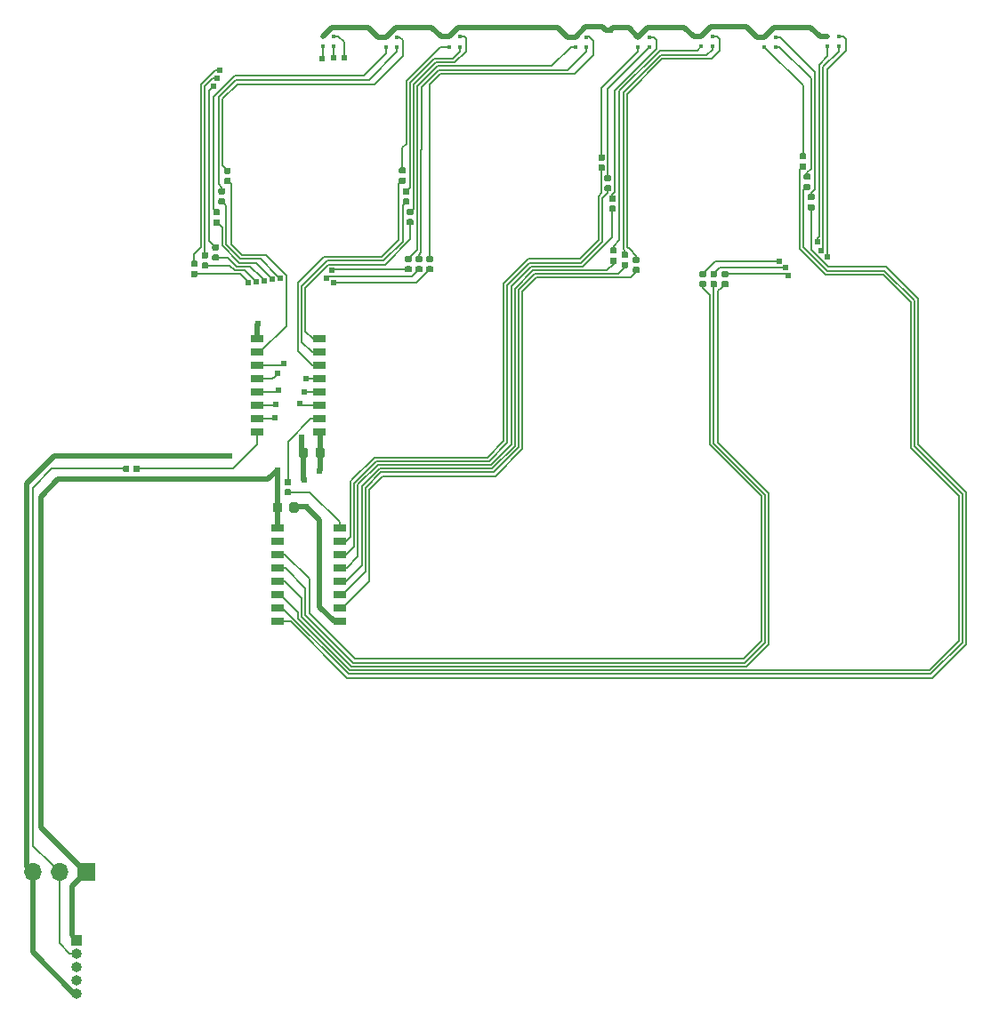
<source format=gbr>
G04 #@! TF.GenerationSoftware,KiCad,Pcbnew,(5.1.4)-1*
G04 #@! TF.CreationDate,2020-04-14T17:00:19+08:00*
G04 #@! TF.ProjectId,viper_plate_v2,76697065-725f-4706-9c61-74655f76322e,rev?*
G04 #@! TF.SameCoordinates,Original*
G04 #@! TF.FileFunction,Copper,L1,Top*
G04 #@! TF.FilePolarity,Positive*
%FSLAX46Y46*%
G04 Gerber Fmt 4.6, Leading zero omitted, Abs format (unit mm)*
G04 Created by KiCad (PCBNEW (5.1.4)-1) date 2020-04-14 17:00:19*
%MOMM*%
%LPD*%
G04 APERTURE LIST*
%ADD10C,0.100000*%
%ADD11C,0.875000*%
%ADD12C,0.590000*%
%ADD13R,1.000000X1.000000*%
%ADD14O,1.000000X1.000000*%
%ADD15R,1.300000X0.800000*%
%ADD16R,0.450000X0.450000*%
%ADD17R,1.700000X1.700000*%
%ADD18O,1.700000X1.700000*%
%ADD19C,0.609600*%
%ADD20C,0.508000*%
%ADD21C,0.203200*%
G04 APERTURE END LIST*
D10*
G36*
X92480291Y-105723453D02*
G01*
X92501526Y-105726603D01*
X92522350Y-105731819D01*
X92542562Y-105739051D01*
X92561968Y-105748230D01*
X92580381Y-105759266D01*
X92597624Y-105772054D01*
X92613530Y-105786470D01*
X92627946Y-105802376D01*
X92640734Y-105819619D01*
X92651770Y-105838032D01*
X92660949Y-105857438D01*
X92668181Y-105877650D01*
X92673397Y-105898474D01*
X92676547Y-105919709D01*
X92677600Y-105941150D01*
X92677600Y-106453650D01*
X92676547Y-106475091D01*
X92673397Y-106496326D01*
X92668181Y-106517150D01*
X92660949Y-106537362D01*
X92651770Y-106556768D01*
X92640734Y-106575181D01*
X92627946Y-106592424D01*
X92613530Y-106608330D01*
X92597624Y-106622746D01*
X92580381Y-106635534D01*
X92561968Y-106646570D01*
X92542562Y-106655749D01*
X92522350Y-106662981D01*
X92501526Y-106668197D01*
X92480291Y-106671347D01*
X92458850Y-106672400D01*
X92021350Y-106672400D01*
X91999909Y-106671347D01*
X91978674Y-106668197D01*
X91957850Y-106662981D01*
X91937638Y-106655749D01*
X91918232Y-106646570D01*
X91899819Y-106635534D01*
X91882576Y-106622746D01*
X91866670Y-106608330D01*
X91852254Y-106592424D01*
X91839466Y-106575181D01*
X91828430Y-106556768D01*
X91819251Y-106537362D01*
X91812019Y-106517150D01*
X91806803Y-106496326D01*
X91803653Y-106475091D01*
X91802600Y-106453650D01*
X91802600Y-105941150D01*
X91803653Y-105919709D01*
X91806803Y-105898474D01*
X91812019Y-105877650D01*
X91819251Y-105857438D01*
X91828430Y-105838032D01*
X91839466Y-105819619D01*
X91852254Y-105802376D01*
X91866670Y-105786470D01*
X91882576Y-105772054D01*
X91899819Y-105759266D01*
X91918232Y-105748230D01*
X91937638Y-105739051D01*
X91957850Y-105731819D01*
X91978674Y-105726603D01*
X91999909Y-105723453D01*
X92021350Y-105722400D01*
X92458850Y-105722400D01*
X92480291Y-105723453D01*
X92480291Y-105723453D01*
G37*
D11*
X92240100Y-106197400D03*
D10*
G36*
X94055291Y-105723453D02*
G01*
X94076526Y-105726603D01*
X94097350Y-105731819D01*
X94117562Y-105739051D01*
X94136968Y-105748230D01*
X94155381Y-105759266D01*
X94172624Y-105772054D01*
X94188530Y-105786470D01*
X94202946Y-105802376D01*
X94215734Y-105819619D01*
X94226770Y-105838032D01*
X94235949Y-105857438D01*
X94243181Y-105877650D01*
X94248397Y-105898474D01*
X94251547Y-105919709D01*
X94252600Y-105941150D01*
X94252600Y-106453650D01*
X94251547Y-106475091D01*
X94248397Y-106496326D01*
X94243181Y-106517150D01*
X94235949Y-106537362D01*
X94226770Y-106556768D01*
X94215734Y-106575181D01*
X94202946Y-106592424D01*
X94188530Y-106608330D01*
X94172624Y-106622746D01*
X94155381Y-106635534D01*
X94136968Y-106646570D01*
X94117562Y-106655749D01*
X94097350Y-106662981D01*
X94076526Y-106668197D01*
X94055291Y-106671347D01*
X94033850Y-106672400D01*
X93596350Y-106672400D01*
X93574909Y-106671347D01*
X93553674Y-106668197D01*
X93532850Y-106662981D01*
X93512638Y-106655749D01*
X93493232Y-106646570D01*
X93474819Y-106635534D01*
X93457576Y-106622746D01*
X93441670Y-106608330D01*
X93427254Y-106592424D01*
X93414466Y-106575181D01*
X93403430Y-106556768D01*
X93394251Y-106537362D01*
X93387019Y-106517150D01*
X93381803Y-106496326D01*
X93378653Y-106475091D01*
X93377600Y-106453650D01*
X93377600Y-105941150D01*
X93378653Y-105919709D01*
X93381803Y-105898474D01*
X93387019Y-105877650D01*
X93394251Y-105857438D01*
X93403430Y-105838032D01*
X93414466Y-105819619D01*
X93427254Y-105802376D01*
X93441670Y-105786470D01*
X93457576Y-105772054D01*
X93474819Y-105759266D01*
X93493232Y-105748230D01*
X93512638Y-105739051D01*
X93532850Y-105731819D01*
X93553674Y-105726603D01*
X93574909Y-105723453D01*
X93596350Y-105722400D01*
X94033850Y-105722400D01*
X94055291Y-105723453D01*
X94055291Y-105723453D01*
G37*
D11*
X93815100Y-106197400D03*
D10*
G36*
X94944091Y-100503753D02*
G01*
X94965326Y-100506903D01*
X94986150Y-100512119D01*
X95006362Y-100519351D01*
X95025768Y-100528530D01*
X95044181Y-100539566D01*
X95061424Y-100552354D01*
X95077330Y-100566770D01*
X95091746Y-100582676D01*
X95104534Y-100599919D01*
X95115570Y-100618332D01*
X95124749Y-100637738D01*
X95131981Y-100657950D01*
X95137197Y-100678774D01*
X95140347Y-100700009D01*
X95141400Y-100721450D01*
X95141400Y-101233950D01*
X95140347Y-101255391D01*
X95137197Y-101276626D01*
X95131981Y-101297450D01*
X95124749Y-101317662D01*
X95115570Y-101337068D01*
X95104534Y-101355481D01*
X95091746Y-101372724D01*
X95077330Y-101388630D01*
X95061424Y-101403046D01*
X95044181Y-101415834D01*
X95025768Y-101426870D01*
X95006362Y-101436049D01*
X94986150Y-101443281D01*
X94965326Y-101448497D01*
X94944091Y-101451647D01*
X94922650Y-101452700D01*
X94485150Y-101452700D01*
X94463709Y-101451647D01*
X94442474Y-101448497D01*
X94421650Y-101443281D01*
X94401438Y-101436049D01*
X94382032Y-101426870D01*
X94363619Y-101415834D01*
X94346376Y-101403046D01*
X94330470Y-101388630D01*
X94316054Y-101372724D01*
X94303266Y-101355481D01*
X94292230Y-101337068D01*
X94283051Y-101317662D01*
X94275819Y-101297450D01*
X94270603Y-101276626D01*
X94267453Y-101255391D01*
X94266400Y-101233950D01*
X94266400Y-100721450D01*
X94267453Y-100700009D01*
X94270603Y-100678774D01*
X94275819Y-100657950D01*
X94283051Y-100637738D01*
X94292230Y-100618332D01*
X94303266Y-100599919D01*
X94316054Y-100582676D01*
X94330470Y-100566770D01*
X94346376Y-100552354D01*
X94363619Y-100539566D01*
X94382032Y-100528530D01*
X94401438Y-100519351D01*
X94421650Y-100512119D01*
X94442474Y-100506903D01*
X94463709Y-100503753D01*
X94485150Y-100502700D01*
X94922650Y-100502700D01*
X94944091Y-100503753D01*
X94944091Y-100503753D01*
G37*
D11*
X94703900Y-100977700D03*
D10*
G36*
X96519091Y-100503753D02*
G01*
X96540326Y-100506903D01*
X96561150Y-100512119D01*
X96581362Y-100519351D01*
X96600768Y-100528530D01*
X96619181Y-100539566D01*
X96636424Y-100552354D01*
X96652330Y-100566770D01*
X96666746Y-100582676D01*
X96679534Y-100599919D01*
X96690570Y-100618332D01*
X96699749Y-100637738D01*
X96706981Y-100657950D01*
X96712197Y-100678774D01*
X96715347Y-100700009D01*
X96716400Y-100721450D01*
X96716400Y-101233950D01*
X96715347Y-101255391D01*
X96712197Y-101276626D01*
X96706981Y-101297450D01*
X96699749Y-101317662D01*
X96690570Y-101337068D01*
X96679534Y-101355481D01*
X96666746Y-101372724D01*
X96652330Y-101388630D01*
X96636424Y-101403046D01*
X96619181Y-101415834D01*
X96600768Y-101426870D01*
X96581362Y-101436049D01*
X96561150Y-101443281D01*
X96540326Y-101448497D01*
X96519091Y-101451647D01*
X96497650Y-101452700D01*
X96060150Y-101452700D01*
X96038709Y-101451647D01*
X96017474Y-101448497D01*
X95996650Y-101443281D01*
X95976438Y-101436049D01*
X95957032Y-101426870D01*
X95938619Y-101415834D01*
X95921376Y-101403046D01*
X95905470Y-101388630D01*
X95891054Y-101372724D01*
X95878266Y-101355481D01*
X95867230Y-101337068D01*
X95858051Y-101317662D01*
X95850819Y-101297450D01*
X95845603Y-101276626D01*
X95842453Y-101255391D01*
X95841400Y-101233950D01*
X95841400Y-100721450D01*
X95842453Y-100700009D01*
X95845603Y-100678774D01*
X95850819Y-100657950D01*
X95858051Y-100637738D01*
X95867230Y-100618332D01*
X95878266Y-100599919D01*
X95891054Y-100582676D01*
X95905470Y-100566770D01*
X95921376Y-100552354D01*
X95938619Y-100539566D01*
X95957032Y-100528530D01*
X95976438Y-100519351D01*
X95996650Y-100512119D01*
X96017474Y-100506903D01*
X96038709Y-100503753D01*
X96060150Y-100502700D01*
X96497650Y-100502700D01*
X96519091Y-100503753D01*
X96519091Y-100503753D01*
G37*
D11*
X96278900Y-100977700D03*
D10*
G36*
X78978158Y-102195110D02*
G01*
X78992476Y-102197234D01*
X79006517Y-102200751D01*
X79020146Y-102205628D01*
X79033231Y-102211817D01*
X79045647Y-102219258D01*
X79057273Y-102227881D01*
X79067998Y-102237602D01*
X79077719Y-102248327D01*
X79086342Y-102259953D01*
X79093783Y-102272369D01*
X79099972Y-102285454D01*
X79104849Y-102299083D01*
X79108366Y-102313124D01*
X79110490Y-102327442D01*
X79111200Y-102341900D01*
X79111200Y-102686900D01*
X79110490Y-102701358D01*
X79108366Y-102715676D01*
X79104849Y-102729717D01*
X79099972Y-102743346D01*
X79093783Y-102756431D01*
X79086342Y-102768847D01*
X79077719Y-102780473D01*
X79067998Y-102791198D01*
X79057273Y-102800919D01*
X79045647Y-102809542D01*
X79033231Y-102816983D01*
X79020146Y-102823172D01*
X79006517Y-102828049D01*
X78992476Y-102831566D01*
X78978158Y-102833690D01*
X78963700Y-102834400D01*
X78668700Y-102834400D01*
X78654242Y-102833690D01*
X78639924Y-102831566D01*
X78625883Y-102828049D01*
X78612254Y-102823172D01*
X78599169Y-102816983D01*
X78586753Y-102809542D01*
X78575127Y-102800919D01*
X78564402Y-102791198D01*
X78554681Y-102780473D01*
X78546058Y-102768847D01*
X78538617Y-102756431D01*
X78532428Y-102743346D01*
X78527551Y-102729717D01*
X78524034Y-102715676D01*
X78521910Y-102701358D01*
X78521200Y-102686900D01*
X78521200Y-102341900D01*
X78521910Y-102327442D01*
X78524034Y-102313124D01*
X78527551Y-102299083D01*
X78532428Y-102285454D01*
X78538617Y-102272369D01*
X78546058Y-102259953D01*
X78554681Y-102248327D01*
X78564402Y-102237602D01*
X78575127Y-102227881D01*
X78586753Y-102219258D01*
X78599169Y-102211817D01*
X78612254Y-102205628D01*
X78625883Y-102200751D01*
X78639924Y-102197234D01*
X78654242Y-102195110D01*
X78668700Y-102194400D01*
X78963700Y-102194400D01*
X78978158Y-102195110D01*
X78978158Y-102195110D01*
G37*
D12*
X78816200Y-102514400D03*
D10*
G36*
X78008158Y-102195110D02*
G01*
X78022476Y-102197234D01*
X78036517Y-102200751D01*
X78050146Y-102205628D01*
X78063231Y-102211817D01*
X78075647Y-102219258D01*
X78087273Y-102227881D01*
X78097998Y-102237602D01*
X78107719Y-102248327D01*
X78116342Y-102259953D01*
X78123783Y-102272369D01*
X78129972Y-102285454D01*
X78134849Y-102299083D01*
X78138366Y-102313124D01*
X78140490Y-102327442D01*
X78141200Y-102341900D01*
X78141200Y-102686900D01*
X78140490Y-102701358D01*
X78138366Y-102715676D01*
X78134849Y-102729717D01*
X78129972Y-102743346D01*
X78123783Y-102756431D01*
X78116342Y-102768847D01*
X78107719Y-102780473D01*
X78097998Y-102791198D01*
X78087273Y-102800919D01*
X78075647Y-102809542D01*
X78063231Y-102816983D01*
X78050146Y-102823172D01*
X78036517Y-102828049D01*
X78022476Y-102831566D01*
X78008158Y-102833690D01*
X77993700Y-102834400D01*
X77698700Y-102834400D01*
X77684242Y-102833690D01*
X77669924Y-102831566D01*
X77655883Y-102828049D01*
X77642254Y-102823172D01*
X77629169Y-102816983D01*
X77616753Y-102809542D01*
X77605127Y-102800919D01*
X77594402Y-102791198D01*
X77584681Y-102780473D01*
X77576058Y-102768847D01*
X77568617Y-102756431D01*
X77562428Y-102743346D01*
X77557551Y-102729717D01*
X77554034Y-102715676D01*
X77551910Y-102701358D01*
X77551200Y-102686900D01*
X77551200Y-102341900D01*
X77551910Y-102327442D01*
X77554034Y-102313124D01*
X77557551Y-102299083D01*
X77562428Y-102285454D01*
X77568617Y-102272369D01*
X77576058Y-102259953D01*
X77584681Y-102248327D01*
X77594402Y-102237602D01*
X77605127Y-102227881D01*
X77616753Y-102219258D01*
X77629169Y-102211817D01*
X77642254Y-102205628D01*
X77655883Y-102200751D01*
X77669924Y-102197234D01*
X77684242Y-102195110D01*
X77698700Y-102194400D01*
X77993700Y-102194400D01*
X78008158Y-102195110D01*
X78008158Y-102195110D01*
G37*
D12*
X77846200Y-102514400D03*
D10*
G36*
X93404958Y-103485310D02*
G01*
X93419276Y-103487434D01*
X93433317Y-103490951D01*
X93446946Y-103495828D01*
X93460031Y-103502017D01*
X93472447Y-103509458D01*
X93484073Y-103518081D01*
X93494798Y-103527802D01*
X93504519Y-103538527D01*
X93513142Y-103550153D01*
X93520583Y-103562569D01*
X93526772Y-103575654D01*
X93531649Y-103589283D01*
X93535166Y-103603324D01*
X93537290Y-103617642D01*
X93538000Y-103632100D01*
X93538000Y-103927100D01*
X93537290Y-103941558D01*
X93535166Y-103955876D01*
X93531649Y-103969917D01*
X93526772Y-103983546D01*
X93520583Y-103996631D01*
X93513142Y-104009047D01*
X93504519Y-104020673D01*
X93494798Y-104031398D01*
X93484073Y-104041119D01*
X93472447Y-104049742D01*
X93460031Y-104057183D01*
X93446946Y-104063372D01*
X93433317Y-104068249D01*
X93419276Y-104071766D01*
X93404958Y-104073890D01*
X93390500Y-104074600D01*
X93045500Y-104074600D01*
X93031042Y-104073890D01*
X93016724Y-104071766D01*
X93002683Y-104068249D01*
X92989054Y-104063372D01*
X92975969Y-104057183D01*
X92963553Y-104049742D01*
X92951927Y-104041119D01*
X92941202Y-104031398D01*
X92931481Y-104020673D01*
X92922858Y-104009047D01*
X92915417Y-103996631D01*
X92909228Y-103983546D01*
X92904351Y-103969917D01*
X92900834Y-103955876D01*
X92898710Y-103941558D01*
X92898000Y-103927100D01*
X92898000Y-103632100D01*
X92898710Y-103617642D01*
X92900834Y-103603324D01*
X92904351Y-103589283D01*
X92909228Y-103575654D01*
X92915417Y-103562569D01*
X92922858Y-103550153D01*
X92931481Y-103538527D01*
X92941202Y-103527802D01*
X92951927Y-103518081D01*
X92963553Y-103509458D01*
X92975969Y-103502017D01*
X92989054Y-103495828D01*
X93002683Y-103490951D01*
X93016724Y-103487434D01*
X93031042Y-103485310D01*
X93045500Y-103484600D01*
X93390500Y-103484600D01*
X93404958Y-103485310D01*
X93404958Y-103485310D01*
G37*
D12*
X93218000Y-103779600D03*
D10*
G36*
X93404958Y-104455310D02*
G01*
X93419276Y-104457434D01*
X93433317Y-104460951D01*
X93446946Y-104465828D01*
X93460031Y-104472017D01*
X93472447Y-104479458D01*
X93484073Y-104488081D01*
X93494798Y-104497802D01*
X93504519Y-104508527D01*
X93513142Y-104520153D01*
X93520583Y-104532569D01*
X93526772Y-104545654D01*
X93531649Y-104559283D01*
X93535166Y-104573324D01*
X93537290Y-104587642D01*
X93538000Y-104602100D01*
X93538000Y-104897100D01*
X93537290Y-104911558D01*
X93535166Y-104925876D01*
X93531649Y-104939917D01*
X93526772Y-104953546D01*
X93520583Y-104966631D01*
X93513142Y-104979047D01*
X93504519Y-104990673D01*
X93494798Y-105001398D01*
X93484073Y-105011119D01*
X93472447Y-105019742D01*
X93460031Y-105027183D01*
X93446946Y-105033372D01*
X93433317Y-105038249D01*
X93419276Y-105041766D01*
X93404958Y-105043890D01*
X93390500Y-105044600D01*
X93045500Y-105044600D01*
X93031042Y-105043890D01*
X93016724Y-105041766D01*
X93002683Y-105038249D01*
X92989054Y-105033372D01*
X92975969Y-105027183D01*
X92963553Y-105019742D01*
X92951927Y-105011119D01*
X92941202Y-105001398D01*
X92931481Y-104990673D01*
X92922858Y-104979047D01*
X92915417Y-104966631D01*
X92909228Y-104953546D01*
X92904351Y-104939917D01*
X92900834Y-104925876D01*
X92898710Y-104911558D01*
X92898000Y-104897100D01*
X92898000Y-104602100D01*
X92898710Y-104587642D01*
X92900834Y-104573324D01*
X92904351Y-104559283D01*
X92909228Y-104545654D01*
X92915417Y-104532569D01*
X92922858Y-104520153D01*
X92931481Y-104508527D01*
X92941202Y-104497802D01*
X92951927Y-104488081D01*
X92963553Y-104479458D01*
X92975969Y-104472017D01*
X92989054Y-104465828D01*
X93002683Y-104460951D01*
X93016724Y-104457434D01*
X93031042Y-104455310D01*
X93045500Y-104454600D01*
X93390500Y-104454600D01*
X93404958Y-104455310D01*
X93404958Y-104455310D01*
G37*
D12*
X93218000Y-104749600D03*
D10*
G36*
X84509878Y-83665270D02*
G01*
X84524196Y-83667394D01*
X84538237Y-83670911D01*
X84551866Y-83675788D01*
X84564951Y-83681977D01*
X84577367Y-83689418D01*
X84588993Y-83698041D01*
X84599718Y-83707762D01*
X84609439Y-83718487D01*
X84618062Y-83730113D01*
X84625503Y-83742529D01*
X84631692Y-83755614D01*
X84636569Y-83769243D01*
X84640086Y-83783284D01*
X84642210Y-83797602D01*
X84642920Y-83812060D01*
X84642920Y-84107060D01*
X84642210Y-84121518D01*
X84640086Y-84135836D01*
X84636569Y-84149877D01*
X84631692Y-84163506D01*
X84625503Y-84176591D01*
X84618062Y-84189007D01*
X84609439Y-84200633D01*
X84599718Y-84211358D01*
X84588993Y-84221079D01*
X84577367Y-84229702D01*
X84564951Y-84237143D01*
X84551866Y-84243332D01*
X84538237Y-84248209D01*
X84524196Y-84251726D01*
X84509878Y-84253850D01*
X84495420Y-84254560D01*
X84150420Y-84254560D01*
X84135962Y-84253850D01*
X84121644Y-84251726D01*
X84107603Y-84248209D01*
X84093974Y-84243332D01*
X84080889Y-84237143D01*
X84068473Y-84229702D01*
X84056847Y-84221079D01*
X84046122Y-84211358D01*
X84036401Y-84200633D01*
X84027778Y-84189007D01*
X84020337Y-84176591D01*
X84014148Y-84163506D01*
X84009271Y-84149877D01*
X84005754Y-84135836D01*
X84003630Y-84121518D01*
X84002920Y-84107060D01*
X84002920Y-83812060D01*
X84003630Y-83797602D01*
X84005754Y-83783284D01*
X84009271Y-83769243D01*
X84014148Y-83755614D01*
X84020337Y-83742529D01*
X84027778Y-83730113D01*
X84036401Y-83718487D01*
X84046122Y-83707762D01*
X84056847Y-83698041D01*
X84068473Y-83689418D01*
X84080889Y-83681977D01*
X84093974Y-83675788D01*
X84107603Y-83670911D01*
X84121644Y-83667394D01*
X84135962Y-83665270D01*
X84150420Y-83664560D01*
X84495420Y-83664560D01*
X84509878Y-83665270D01*
X84509878Y-83665270D01*
G37*
D12*
X84322920Y-83959560D03*
D10*
G36*
X84509878Y-82695270D02*
G01*
X84524196Y-82697394D01*
X84538237Y-82700911D01*
X84551866Y-82705788D01*
X84564951Y-82711977D01*
X84577367Y-82719418D01*
X84588993Y-82728041D01*
X84599718Y-82737762D01*
X84609439Y-82748487D01*
X84618062Y-82760113D01*
X84625503Y-82772529D01*
X84631692Y-82785614D01*
X84636569Y-82799243D01*
X84640086Y-82813284D01*
X84642210Y-82827602D01*
X84642920Y-82842060D01*
X84642920Y-83137060D01*
X84642210Y-83151518D01*
X84640086Y-83165836D01*
X84636569Y-83179877D01*
X84631692Y-83193506D01*
X84625503Y-83206591D01*
X84618062Y-83219007D01*
X84609439Y-83230633D01*
X84599718Y-83241358D01*
X84588993Y-83251079D01*
X84577367Y-83259702D01*
X84564951Y-83267143D01*
X84551866Y-83273332D01*
X84538237Y-83278209D01*
X84524196Y-83281726D01*
X84509878Y-83283850D01*
X84495420Y-83284560D01*
X84150420Y-83284560D01*
X84135962Y-83283850D01*
X84121644Y-83281726D01*
X84107603Y-83278209D01*
X84093974Y-83273332D01*
X84080889Y-83267143D01*
X84068473Y-83259702D01*
X84056847Y-83251079D01*
X84046122Y-83241358D01*
X84036401Y-83230633D01*
X84027778Y-83219007D01*
X84020337Y-83206591D01*
X84014148Y-83193506D01*
X84009271Y-83179877D01*
X84005754Y-83165836D01*
X84003630Y-83151518D01*
X84002920Y-83137060D01*
X84002920Y-82842060D01*
X84003630Y-82827602D01*
X84005754Y-82813284D01*
X84009271Y-82799243D01*
X84014148Y-82785614D01*
X84020337Y-82772529D01*
X84027778Y-82760113D01*
X84036401Y-82748487D01*
X84046122Y-82737762D01*
X84056847Y-82728041D01*
X84068473Y-82719418D01*
X84080889Y-82711977D01*
X84093974Y-82705788D01*
X84107603Y-82700911D01*
X84121644Y-82697394D01*
X84135962Y-82695270D01*
X84150420Y-82694560D01*
X84495420Y-82694560D01*
X84509878Y-82695270D01*
X84509878Y-82695270D01*
G37*
D12*
X84322920Y-82989560D03*
D10*
G36*
X85525878Y-81887550D02*
G01*
X85540196Y-81889674D01*
X85554237Y-81893191D01*
X85567866Y-81898068D01*
X85580951Y-81904257D01*
X85593367Y-81911698D01*
X85604993Y-81920321D01*
X85615718Y-81930042D01*
X85625439Y-81940767D01*
X85634062Y-81952393D01*
X85641503Y-81964809D01*
X85647692Y-81977894D01*
X85652569Y-81991523D01*
X85656086Y-82005564D01*
X85658210Y-82019882D01*
X85658920Y-82034340D01*
X85658920Y-82329340D01*
X85658210Y-82343798D01*
X85656086Y-82358116D01*
X85652569Y-82372157D01*
X85647692Y-82385786D01*
X85641503Y-82398871D01*
X85634062Y-82411287D01*
X85625439Y-82422913D01*
X85615718Y-82433638D01*
X85604993Y-82443359D01*
X85593367Y-82451982D01*
X85580951Y-82459423D01*
X85567866Y-82465612D01*
X85554237Y-82470489D01*
X85540196Y-82474006D01*
X85525878Y-82476130D01*
X85511420Y-82476840D01*
X85166420Y-82476840D01*
X85151962Y-82476130D01*
X85137644Y-82474006D01*
X85123603Y-82470489D01*
X85109974Y-82465612D01*
X85096889Y-82459423D01*
X85084473Y-82451982D01*
X85072847Y-82443359D01*
X85062122Y-82433638D01*
X85052401Y-82422913D01*
X85043778Y-82411287D01*
X85036337Y-82398871D01*
X85030148Y-82385786D01*
X85025271Y-82372157D01*
X85021754Y-82358116D01*
X85019630Y-82343798D01*
X85018920Y-82329340D01*
X85018920Y-82034340D01*
X85019630Y-82019882D01*
X85021754Y-82005564D01*
X85025271Y-81991523D01*
X85030148Y-81977894D01*
X85036337Y-81964809D01*
X85043778Y-81952393D01*
X85052401Y-81940767D01*
X85062122Y-81930042D01*
X85072847Y-81920321D01*
X85084473Y-81911698D01*
X85096889Y-81904257D01*
X85109974Y-81898068D01*
X85123603Y-81893191D01*
X85137644Y-81889674D01*
X85151962Y-81887550D01*
X85166420Y-81886840D01*
X85511420Y-81886840D01*
X85525878Y-81887550D01*
X85525878Y-81887550D01*
G37*
D12*
X85338920Y-82181840D03*
D10*
G36*
X85525878Y-82857550D02*
G01*
X85540196Y-82859674D01*
X85554237Y-82863191D01*
X85567866Y-82868068D01*
X85580951Y-82874257D01*
X85593367Y-82881698D01*
X85604993Y-82890321D01*
X85615718Y-82900042D01*
X85625439Y-82910767D01*
X85634062Y-82922393D01*
X85641503Y-82934809D01*
X85647692Y-82947894D01*
X85652569Y-82961523D01*
X85656086Y-82975564D01*
X85658210Y-82989882D01*
X85658920Y-83004340D01*
X85658920Y-83299340D01*
X85658210Y-83313798D01*
X85656086Y-83328116D01*
X85652569Y-83342157D01*
X85647692Y-83355786D01*
X85641503Y-83368871D01*
X85634062Y-83381287D01*
X85625439Y-83392913D01*
X85615718Y-83403638D01*
X85604993Y-83413359D01*
X85593367Y-83421982D01*
X85580951Y-83429423D01*
X85567866Y-83435612D01*
X85554237Y-83440489D01*
X85540196Y-83444006D01*
X85525878Y-83446130D01*
X85511420Y-83446840D01*
X85166420Y-83446840D01*
X85151962Y-83446130D01*
X85137644Y-83444006D01*
X85123603Y-83440489D01*
X85109974Y-83435612D01*
X85096889Y-83429423D01*
X85084473Y-83421982D01*
X85072847Y-83413359D01*
X85062122Y-83403638D01*
X85052401Y-83392913D01*
X85043778Y-83381287D01*
X85036337Y-83368871D01*
X85030148Y-83355786D01*
X85025271Y-83342157D01*
X85021754Y-83328116D01*
X85019630Y-83313798D01*
X85018920Y-83299340D01*
X85018920Y-83004340D01*
X85019630Y-82989882D01*
X85021754Y-82975564D01*
X85025271Y-82961523D01*
X85030148Y-82947894D01*
X85036337Y-82934809D01*
X85043778Y-82922393D01*
X85052401Y-82910767D01*
X85062122Y-82900042D01*
X85072847Y-82890321D01*
X85084473Y-82881698D01*
X85096889Y-82874257D01*
X85109974Y-82868068D01*
X85123603Y-82863191D01*
X85137644Y-82859674D01*
X85151962Y-82857550D01*
X85166420Y-82856840D01*
X85511420Y-82856840D01*
X85525878Y-82857550D01*
X85525878Y-82857550D01*
G37*
D12*
X85338920Y-83151840D03*
D10*
G36*
X86526638Y-82100630D02*
G01*
X86540956Y-82102754D01*
X86554997Y-82106271D01*
X86568626Y-82111148D01*
X86581711Y-82117337D01*
X86594127Y-82124778D01*
X86605753Y-82133401D01*
X86616478Y-82143122D01*
X86626199Y-82153847D01*
X86634822Y-82165473D01*
X86642263Y-82177889D01*
X86648452Y-82190974D01*
X86653329Y-82204603D01*
X86656846Y-82218644D01*
X86658970Y-82232962D01*
X86659680Y-82247420D01*
X86659680Y-82542420D01*
X86658970Y-82556878D01*
X86656846Y-82571196D01*
X86653329Y-82585237D01*
X86648452Y-82598866D01*
X86642263Y-82611951D01*
X86634822Y-82624367D01*
X86626199Y-82635993D01*
X86616478Y-82646718D01*
X86605753Y-82656439D01*
X86594127Y-82665062D01*
X86581711Y-82672503D01*
X86568626Y-82678692D01*
X86554997Y-82683569D01*
X86540956Y-82687086D01*
X86526638Y-82689210D01*
X86512180Y-82689920D01*
X86167180Y-82689920D01*
X86152722Y-82689210D01*
X86138404Y-82687086D01*
X86124363Y-82683569D01*
X86110734Y-82678692D01*
X86097649Y-82672503D01*
X86085233Y-82665062D01*
X86073607Y-82656439D01*
X86062882Y-82646718D01*
X86053161Y-82635993D01*
X86044538Y-82624367D01*
X86037097Y-82611951D01*
X86030908Y-82598866D01*
X86026031Y-82585237D01*
X86022514Y-82571196D01*
X86020390Y-82556878D01*
X86019680Y-82542420D01*
X86019680Y-82247420D01*
X86020390Y-82232962D01*
X86022514Y-82218644D01*
X86026031Y-82204603D01*
X86030908Y-82190974D01*
X86037097Y-82177889D01*
X86044538Y-82165473D01*
X86053161Y-82153847D01*
X86062882Y-82143122D01*
X86073607Y-82133401D01*
X86085233Y-82124778D01*
X86097649Y-82117337D01*
X86110734Y-82111148D01*
X86124363Y-82106271D01*
X86138404Y-82102754D01*
X86152722Y-82100630D01*
X86167180Y-82099920D01*
X86512180Y-82099920D01*
X86526638Y-82100630D01*
X86526638Y-82100630D01*
G37*
D12*
X86339680Y-82394920D03*
D10*
G36*
X86526638Y-81130630D02*
G01*
X86540956Y-81132754D01*
X86554997Y-81136271D01*
X86568626Y-81141148D01*
X86581711Y-81147337D01*
X86594127Y-81154778D01*
X86605753Y-81163401D01*
X86616478Y-81173122D01*
X86626199Y-81183847D01*
X86634822Y-81195473D01*
X86642263Y-81207889D01*
X86648452Y-81220974D01*
X86653329Y-81234603D01*
X86656846Y-81248644D01*
X86658970Y-81262962D01*
X86659680Y-81277420D01*
X86659680Y-81572420D01*
X86658970Y-81586878D01*
X86656846Y-81601196D01*
X86653329Y-81615237D01*
X86648452Y-81628866D01*
X86642263Y-81641951D01*
X86634822Y-81654367D01*
X86626199Y-81665993D01*
X86616478Y-81676718D01*
X86605753Y-81686439D01*
X86594127Y-81695062D01*
X86581711Y-81702503D01*
X86568626Y-81708692D01*
X86554997Y-81713569D01*
X86540956Y-81717086D01*
X86526638Y-81719210D01*
X86512180Y-81719920D01*
X86167180Y-81719920D01*
X86152722Y-81719210D01*
X86138404Y-81717086D01*
X86124363Y-81713569D01*
X86110734Y-81708692D01*
X86097649Y-81702503D01*
X86085233Y-81695062D01*
X86073607Y-81686439D01*
X86062882Y-81676718D01*
X86053161Y-81665993D01*
X86044538Y-81654367D01*
X86037097Y-81641951D01*
X86030908Y-81628866D01*
X86026031Y-81615237D01*
X86022514Y-81601196D01*
X86020390Y-81586878D01*
X86019680Y-81572420D01*
X86019680Y-81277420D01*
X86020390Y-81262962D01*
X86022514Y-81248644D01*
X86026031Y-81234603D01*
X86030908Y-81220974D01*
X86037097Y-81207889D01*
X86044538Y-81195473D01*
X86053161Y-81183847D01*
X86062882Y-81173122D01*
X86073607Y-81163401D01*
X86085233Y-81154778D01*
X86097649Y-81147337D01*
X86110734Y-81141148D01*
X86124363Y-81136271D01*
X86138404Y-81132754D01*
X86152722Y-81130630D01*
X86167180Y-81129920D01*
X86512180Y-81129920D01*
X86526638Y-81130630D01*
X86526638Y-81130630D01*
G37*
D12*
X86339680Y-81424920D03*
D10*
G36*
X86648558Y-77795610D02*
G01*
X86662876Y-77797734D01*
X86676917Y-77801251D01*
X86690546Y-77806128D01*
X86703631Y-77812317D01*
X86716047Y-77819758D01*
X86727673Y-77828381D01*
X86738398Y-77838102D01*
X86748119Y-77848827D01*
X86756742Y-77860453D01*
X86764183Y-77872869D01*
X86770372Y-77885954D01*
X86775249Y-77899583D01*
X86778766Y-77913624D01*
X86780890Y-77927942D01*
X86781600Y-77942400D01*
X86781600Y-78237400D01*
X86780890Y-78251858D01*
X86778766Y-78266176D01*
X86775249Y-78280217D01*
X86770372Y-78293846D01*
X86764183Y-78306931D01*
X86756742Y-78319347D01*
X86748119Y-78330973D01*
X86738398Y-78341698D01*
X86727673Y-78351419D01*
X86716047Y-78360042D01*
X86703631Y-78367483D01*
X86690546Y-78373672D01*
X86676917Y-78378549D01*
X86662876Y-78382066D01*
X86648558Y-78384190D01*
X86634100Y-78384900D01*
X86289100Y-78384900D01*
X86274642Y-78384190D01*
X86260324Y-78382066D01*
X86246283Y-78378549D01*
X86232654Y-78373672D01*
X86219569Y-78367483D01*
X86207153Y-78360042D01*
X86195527Y-78351419D01*
X86184802Y-78341698D01*
X86175081Y-78330973D01*
X86166458Y-78319347D01*
X86159017Y-78306931D01*
X86152828Y-78293846D01*
X86147951Y-78280217D01*
X86144434Y-78266176D01*
X86142310Y-78251858D01*
X86141600Y-78237400D01*
X86141600Y-77942400D01*
X86142310Y-77927942D01*
X86144434Y-77913624D01*
X86147951Y-77899583D01*
X86152828Y-77885954D01*
X86159017Y-77872869D01*
X86166458Y-77860453D01*
X86175081Y-77848827D01*
X86184802Y-77838102D01*
X86195527Y-77828381D01*
X86207153Y-77819758D01*
X86219569Y-77812317D01*
X86232654Y-77806128D01*
X86246283Y-77801251D01*
X86260324Y-77797734D01*
X86274642Y-77795610D01*
X86289100Y-77794900D01*
X86634100Y-77794900D01*
X86648558Y-77795610D01*
X86648558Y-77795610D01*
G37*
D12*
X86461600Y-78089900D03*
D10*
G36*
X86648558Y-78765610D02*
G01*
X86662876Y-78767734D01*
X86676917Y-78771251D01*
X86690546Y-78776128D01*
X86703631Y-78782317D01*
X86716047Y-78789758D01*
X86727673Y-78798381D01*
X86738398Y-78808102D01*
X86748119Y-78818827D01*
X86756742Y-78830453D01*
X86764183Y-78842869D01*
X86770372Y-78855954D01*
X86775249Y-78869583D01*
X86778766Y-78883624D01*
X86780890Y-78897942D01*
X86781600Y-78912400D01*
X86781600Y-79207400D01*
X86780890Y-79221858D01*
X86778766Y-79236176D01*
X86775249Y-79250217D01*
X86770372Y-79263846D01*
X86764183Y-79276931D01*
X86756742Y-79289347D01*
X86748119Y-79300973D01*
X86738398Y-79311698D01*
X86727673Y-79321419D01*
X86716047Y-79330042D01*
X86703631Y-79337483D01*
X86690546Y-79343672D01*
X86676917Y-79348549D01*
X86662876Y-79352066D01*
X86648558Y-79354190D01*
X86634100Y-79354900D01*
X86289100Y-79354900D01*
X86274642Y-79354190D01*
X86260324Y-79352066D01*
X86246283Y-79348549D01*
X86232654Y-79343672D01*
X86219569Y-79337483D01*
X86207153Y-79330042D01*
X86195527Y-79321419D01*
X86184802Y-79311698D01*
X86175081Y-79300973D01*
X86166458Y-79289347D01*
X86159017Y-79276931D01*
X86152828Y-79263846D01*
X86147951Y-79250217D01*
X86144434Y-79236176D01*
X86142310Y-79221858D01*
X86141600Y-79207400D01*
X86141600Y-78912400D01*
X86142310Y-78897942D01*
X86144434Y-78883624D01*
X86147951Y-78869583D01*
X86152828Y-78855954D01*
X86159017Y-78842869D01*
X86166458Y-78830453D01*
X86175081Y-78818827D01*
X86184802Y-78808102D01*
X86195527Y-78798381D01*
X86207153Y-78789758D01*
X86219569Y-78782317D01*
X86232654Y-78776128D01*
X86246283Y-78771251D01*
X86260324Y-78767734D01*
X86274642Y-78765610D01*
X86289100Y-78764900D01*
X86634100Y-78764900D01*
X86648558Y-78765610D01*
X86648558Y-78765610D01*
G37*
D12*
X86461600Y-79059900D03*
D10*
G36*
X87118458Y-76759010D02*
G01*
X87132776Y-76761134D01*
X87146817Y-76764651D01*
X87160446Y-76769528D01*
X87173531Y-76775717D01*
X87185947Y-76783158D01*
X87197573Y-76791781D01*
X87208298Y-76801502D01*
X87218019Y-76812227D01*
X87226642Y-76823853D01*
X87234083Y-76836269D01*
X87240272Y-76849354D01*
X87245149Y-76862983D01*
X87248666Y-76877024D01*
X87250790Y-76891342D01*
X87251500Y-76905800D01*
X87251500Y-77200800D01*
X87250790Y-77215258D01*
X87248666Y-77229576D01*
X87245149Y-77243617D01*
X87240272Y-77257246D01*
X87234083Y-77270331D01*
X87226642Y-77282747D01*
X87218019Y-77294373D01*
X87208298Y-77305098D01*
X87197573Y-77314819D01*
X87185947Y-77323442D01*
X87173531Y-77330883D01*
X87160446Y-77337072D01*
X87146817Y-77341949D01*
X87132776Y-77345466D01*
X87118458Y-77347590D01*
X87104000Y-77348300D01*
X86759000Y-77348300D01*
X86744542Y-77347590D01*
X86730224Y-77345466D01*
X86716183Y-77341949D01*
X86702554Y-77337072D01*
X86689469Y-77330883D01*
X86677053Y-77323442D01*
X86665427Y-77314819D01*
X86654702Y-77305098D01*
X86644981Y-77294373D01*
X86636358Y-77282747D01*
X86628917Y-77270331D01*
X86622728Y-77257246D01*
X86617851Y-77243617D01*
X86614334Y-77229576D01*
X86612210Y-77215258D01*
X86611500Y-77200800D01*
X86611500Y-76905800D01*
X86612210Y-76891342D01*
X86614334Y-76877024D01*
X86617851Y-76862983D01*
X86622728Y-76849354D01*
X86628917Y-76836269D01*
X86636358Y-76823853D01*
X86644981Y-76812227D01*
X86654702Y-76801502D01*
X86665427Y-76791781D01*
X86677053Y-76783158D01*
X86689469Y-76775717D01*
X86702554Y-76769528D01*
X86716183Y-76764651D01*
X86730224Y-76761134D01*
X86744542Y-76759010D01*
X86759000Y-76758300D01*
X87104000Y-76758300D01*
X87118458Y-76759010D01*
X87118458Y-76759010D01*
G37*
D12*
X86931500Y-77053300D03*
D10*
G36*
X87118458Y-75789010D02*
G01*
X87132776Y-75791134D01*
X87146817Y-75794651D01*
X87160446Y-75799528D01*
X87173531Y-75805717D01*
X87185947Y-75813158D01*
X87197573Y-75821781D01*
X87208298Y-75831502D01*
X87218019Y-75842227D01*
X87226642Y-75853853D01*
X87234083Y-75866269D01*
X87240272Y-75879354D01*
X87245149Y-75892983D01*
X87248666Y-75907024D01*
X87250790Y-75921342D01*
X87251500Y-75935800D01*
X87251500Y-76230800D01*
X87250790Y-76245258D01*
X87248666Y-76259576D01*
X87245149Y-76273617D01*
X87240272Y-76287246D01*
X87234083Y-76300331D01*
X87226642Y-76312747D01*
X87218019Y-76324373D01*
X87208298Y-76335098D01*
X87197573Y-76344819D01*
X87185947Y-76353442D01*
X87173531Y-76360883D01*
X87160446Y-76367072D01*
X87146817Y-76371949D01*
X87132776Y-76375466D01*
X87118458Y-76377590D01*
X87104000Y-76378300D01*
X86759000Y-76378300D01*
X86744542Y-76377590D01*
X86730224Y-76375466D01*
X86716183Y-76371949D01*
X86702554Y-76367072D01*
X86689469Y-76360883D01*
X86677053Y-76353442D01*
X86665427Y-76344819D01*
X86654702Y-76335098D01*
X86644981Y-76324373D01*
X86636358Y-76312747D01*
X86628917Y-76300331D01*
X86622728Y-76287246D01*
X86617851Y-76273617D01*
X86614334Y-76259576D01*
X86612210Y-76245258D01*
X86611500Y-76230800D01*
X86611500Y-75935800D01*
X86612210Y-75921342D01*
X86614334Y-75907024D01*
X86617851Y-75892983D01*
X86622728Y-75879354D01*
X86628917Y-75866269D01*
X86636358Y-75853853D01*
X86644981Y-75842227D01*
X86654702Y-75831502D01*
X86665427Y-75821781D01*
X86677053Y-75813158D01*
X86689469Y-75805717D01*
X86702554Y-75799528D01*
X86716183Y-75794651D01*
X86730224Y-75791134D01*
X86744542Y-75789010D01*
X86759000Y-75788300D01*
X87104000Y-75788300D01*
X87118458Y-75789010D01*
X87118458Y-75789010D01*
G37*
D12*
X86931500Y-76083300D03*
D10*
G36*
X87664558Y-73822910D02*
G01*
X87678876Y-73825034D01*
X87692917Y-73828551D01*
X87706546Y-73833428D01*
X87719631Y-73839617D01*
X87732047Y-73847058D01*
X87743673Y-73855681D01*
X87754398Y-73865402D01*
X87764119Y-73876127D01*
X87772742Y-73887753D01*
X87780183Y-73900169D01*
X87786372Y-73913254D01*
X87791249Y-73926883D01*
X87794766Y-73940924D01*
X87796890Y-73955242D01*
X87797600Y-73969700D01*
X87797600Y-74264700D01*
X87796890Y-74279158D01*
X87794766Y-74293476D01*
X87791249Y-74307517D01*
X87786372Y-74321146D01*
X87780183Y-74334231D01*
X87772742Y-74346647D01*
X87764119Y-74358273D01*
X87754398Y-74368998D01*
X87743673Y-74378719D01*
X87732047Y-74387342D01*
X87719631Y-74394783D01*
X87706546Y-74400972D01*
X87692917Y-74405849D01*
X87678876Y-74409366D01*
X87664558Y-74411490D01*
X87650100Y-74412200D01*
X87305100Y-74412200D01*
X87290642Y-74411490D01*
X87276324Y-74409366D01*
X87262283Y-74405849D01*
X87248654Y-74400972D01*
X87235569Y-74394783D01*
X87223153Y-74387342D01*
X87211527Y-74378719D01*
X87200802Y-74368998D01*
X87191081Y-74358273D01*
X87182458Y-74346647D01*
X87175017Y-74334231D01*
X87168828Y-74321146D01*
X87163951Y-74307517D01*
X87160434Y-74293476D01*
X87158310Y-74279158D01*
X87157600Y-74264700D01*
X87157600Y-73969700D01*
X87158310Y-73955242D01*
X87160434Y-73940924D01*
X87163951Y-73926883D01*
X87168828Y-73913254D01*
X87175017Y-73900169D01*
X87182458Y-73887753D01*
X87191081Y-73876127D01*
X87200802Y-73865402D01*
X87211527Y-73855681D01*
X87223153Y-73847058D01*
X87235569Y-73839617D01*
X87248654Y-73833428D01*
X87262283Y-73828551D01*
X87276324Y-73825034D01*
X87290642Y-73822910D01*
X87305100Y-73822200D01*
X87650100Y-73822200D01*
X87664558Y-73822910D01*
X87664558Y-73822910D01*
G37*
D12*
X87477600Y-74117200D03*
D10*
G36*
X87664558Y-74792910D02*
G01*
X87678876Y-74795034D01*
X87692917Y-74798551D01*
X87706546Y-74803428D01*
X87719631Y-74809617D01*
X87732047Y-74817058D01*
X87743673Y-74825681D01*
X87754398Y-74835402D01*
X87764119Y-74846127D01*
X87772742Y-74857753D01*
X87780183Y-74870169D01*
X87786372Y-74883254D01*
X87791249Y-74896883D01*
X87794766Y-74910924D01*
X87796890Y-74925242D01*
X87797600Y-74939700D01*
X87797600Y-75234700D01*
X87796890Y-75249158D01*
X87794766Y-75263476D01*
X87791249Y-75277517D01*
X87786372Y-75291146D01*
X87780183Y-75304231D01*
X87772742Y-75316647D01*
X87764119Y-75328273D01*
X87754398Y-75338998D01*
X87743673Y-75348719D01*
X87732047Y-75357342D01*
X87719631Y-75364783D01*
X87706546Y-75370972D01*
X87692917Y-75375849D01*
X87678876Y-75379366D01*
X87664558Y-75381490D01*
X87650100Y-75382200D01*
X87305100Y-75382200D01*
X87290642Y-75381490D01*
X87276324Y-75379366D01*
X87262283Y-75375849D01*
X87248654Y-75370972D01*
X87235569Y-75364783D01*
X87223153Y-75357342D01*
X87211527Y-75348719D01*
X87200802Y-75338998D01*
X87191081Y-75328273D01*
X87182458Y-75316647D01*
X87175017Y-75304231D01*
X87168828Y-75291146D01*
X87163951Y-75277517D01*
X87160434Y-75263476D01*
X87158310Y-75249158D01*
X87157600Y-75234700D01*
X87157600Y-74939700D01*
X87158310Y-74925242D01*
X87160434Y-74910924D01*
X87163951Y-74896883D01*
X87168828Y-74883254D01*
X87175017Y-74870169D01*
X87182458Y-74857753D01*
X87191081Y-74846127D01*
X87200802Y-74835402D01*
X87211527Y-74825681D01*
X87223153Y-74817058D01*
X87235569Y-74809617D01*
X87248654Y-74803428D01*
X87262283Y-74798551D01*
X87276324Y-74795034D01*
X87290642Y-74792910D01*
X87305100Y-74792200D01*
X87650100Y-74792200D01*
X87664558Y-74792910D01*
X87664558Y-74792910D01*
G37*
D12*
X87477600Y-75087200D03*
D10*
G36*
X104301558Y-74777810D02*
G01*
X104315876Y-74779934D01*
X104329917Y-74783451D01*
X104343546Y-74788328D01*
X104356631Y-74794517D01*
X104369047Y-74801958D01*
X104380673Y-74810581D01*
X104391398Y-74820302D01*
X104401119Y-74831027D01*
X104409742Y-74842653D01*
X104417183Y-74855069D01*
X104423372Y-74868154D01*
X104428249Y-74881783D01*
X104431766Y-74895824D01*
X104433890Y-74910142D01*
X104434600Y-74924600D01*
X104434600Y-75219600D01*
X104433890Y-75234058D01*
X104431766Y-75248376D01*
X104428249Y-75262417D01*
X104423372Y-75276046D01*
X104417183Y-75289131D01*
X104409742Y-75301547D01*
X104401119Y-75313173D01*
X104391398Y-75323898D01*
X104380673Y-75333619D01*
X104369047Y-75342242D01*
X104356631Y-75349683D01*
X104343546Y-75355872D01*
X104329917Y-75360749D01*
X104315876Y-75364266D01*
X104301558Y-75366390D01*
X104287100Y-75367100D01*
X103942100Y-75367100D01*
X103927642Y-75366390D01*
X103913324Y-75364266D01*
X103899283Y-75360749D01*
X103885654Y-75355872D01*
X103872569Y-75349683D01*
X103860153Y-75342242D01*
X103848527Y-75333619D01*
X103837802Y-75323898D01*
X103828081Y-75313173D01*
X103819458Y-75301547D01*
X103812017Y-75289131D01*
X103805828Y-75276046D01*
X103800951Y-75262417D01*
X103797434Y-75248376D01*
X103795310Y-75234058D01*
X103794600Y-75219600D01*
X103794600Y-74924600D01*
X103795310Y-74910142D01*
X103797434Y-74895824D01*
X103800951Y-74881783D01*
X103805828Y-74868154D01*
X103812017Y-74855069D01*
X103819458Y-74842653D01*
X103828081Y-74831027D01*
X103837802Y-74820302D01*
X103848527Y-74810581D01*
X103860153Y-74801958D01*
X103872569Y-74794517D01*
X103885654Y-74788328D01*
X103899283Y-74783451D01*
X103913324Y-74779934D01*
X103927642Y-74777810D01*
X103942100Y-74777100D01*
X104287100Y-74777100D01*
X104301558Y-74777810D01*
X104301558Y-74777810D01*
G37*
D12*
X104114600Y-75072100D03*
D10*
G36*
X104301558Y-73807810D02*
G01*
X104315876Y-73809934D01*
X104329917Y-73813451D01*
X104343546Y-73818328D01*
X104356631Y-73824517D01*
X104369047Y-73831958D01*
X104380673Y-73840581D01*
X104391398Y-73850302D01*
X104401119Y-73861027D01*
X104409742Y-73872653D01*
X104417183Y-73885069D01*
X104423372Y-73898154D01*
X104428249Y-73911783D01*
X104431766Y-73925824D01*
X104433890Y-73940142D01*
X104434600Y-73954600D01*
X104434600Y-74249600D01*
X104433890Y-74264058D01*
X104431766Y-74278376D01*
X104428249Y-74292417D01*
X104423372Y-74306046D01*
X104417183Y-74319131D01*
X104409742Y-74331547D01*
X104401119Y-74343173D01*
X104391398Y-74353898D01*
X104380673Y-74363619D01*
X104369047Y-74372242D01*
X104356631Y-74379683D01*
X104343546Y-74385872D01*
X104329917Y-74390749D01*
X104315876Y-74394266D01*
X104301558Y-74396390D01*
X104287100Y-74397100D01*
X103942100Y-74397100D01*
X103927642Y-74396390D01*
X103913324Y-74394266D01*
X103899283Y-74390749D01*
X103885654Y-74385872D01*
X103872569Y-74379683D01*
X103860153Y-74372242D01*
X103848527Y-74363619D01*
X103837802Y-74353898D01*
X103828081Y-74343173D01*
X103819458Y-74331547D01*
X103812017Y-74319131D01*
X103805828Y-74306046D01*
X103800951Y-74292417D01*
X103797434Y-74278376D01*
X103795310Y-74264058D01*
X103794600Y-74249600D01*
X103794600Y-73954600D01*
X103795310Y-73940142D01*
X103797434Y-73925824D01*
X103800951Y-73911783D01*
X103805828Y-73898154D01*
X103812017Y-73885069D01*
X103819458Y-73872653D01*
X103828081Y-73861027D01*
X103837802Y-73850302D01*
X103848527Y-73840581D01*
X103860153Y-73831958D01*
X103872569Y-73824517D01*
X103885654Y-73818328D01*
X103899283Y-73813451D01*
X103913324Y-73809934D01*
X103927642Y-73807810D01*
X103942100Y-73807100D01*
X104287100Y-73807100D01*
X104301558Y-73807810D01*
X104301558Y-73807810D01*
G37*
D12*
X104114600Y-74102100D03*
D10*
G36*
X104669858Y-75801710D02*
G01*
X104684176Y-75803834D01*
X104698217Y-75807351D01*
X104711846Y-75812228D01*
X104724931Y-75818417D01*
X104737347Y-75825858D01*
X104748973Y-75834481D01*
X104759698Y-75844202D01*
X104769419Y-75854927D01*
X104778042Y-75866553D01*
X104785483Y-75878969D01*
X104791672Y-75892054D01*
X104796549Y-75905683D01*
X104800066Y-75919724D01*
X104802190Y-75934042D01*
X104802900Y-75948500D01*
X104802900Y-76243500D01*
X104802190Y-76257958D01*
X104800066Y-76272276D01*
X104796549Y-76286317D01*
X104791672Y-76299946D01*
X104785483Y-76313031D01*
X104778042Y-76325447D01*
X104769419Y-76337073D01*
X104759698Y-76347798D01*
X104748973Y-76357519D01*
X104737347Y-76366142D01*
X104724931Y-76373583D01*
X104711846Y-76379772D01*
X104698217Y-76384649D01*
X104684176Y-76388166D01*
X104669858Y-76390290D01*
X104655400Y-76391000D01*
X104310400Y-76391000D01*
X104295942Y-76390290D01*
X104281624Y-76388166D01*
X104267583Y-76384649D01*
X104253954Y-76379772D01*
X104240869Y-76373583D01*
X104228453Y-76366142D01*
X104216827Y-76357519D01*
X104206102Y-76347798D01*
X104196381Y-76337073D01*
X104187758Y-76325447D01*
X104180317Y-76313031D01*
X104174128Y-76299946D01*
X104169251Y-76286317D01*
X104165734Y-76272276D01*
X104163610Y-76257958D01*
X104162900Y-76243500D01*
X104162900Y-75948500D01*
X104163610Y-75934042D01*
X104165734Y-75919724D01*
X104169251Y-75905683D01*
X104174128Y-75892054D01*
X104180317Y-75878969D01*
X104187758Y-75866553D01*
X104196381Y-75854927D01*
X104206102Y-75844202D01*
X104216827Y-75834481D01*
X104228453Y-75825858D01*
X104240869Y-75818417D01*
X104253954Y-75812228D01*
X104267583Y-75807351D01*
X104281624Y-75803834D01*
X104295942Y-75801710D01*
X104310400Y-75801000D01*
X104655400Y-75801000D01*
X104669858Y-75801710D01*
X104669858Y-75801710D01*
G37*
D12*
X104482900Y-76096000D03*
D10*
G36*
X104669858Y-76771710D02*
G01*
X104684176Y-76773834D01*
X104698217Y-76777351D01*
X104711846Y-76782228D01*
X104724931Y-76788417D01*
X104737347Y-76795858D01*
X104748973Y-76804481D01*
X104759698Y-76814202D01*
X104769419Y-76824927D01*
X104778042Y-76836553D01*
X104785483Y-76848969D01*
X104791672Y-76862054D01*
X104796549Y-76875683D01*
X104800066Y-76889724D01*
X104802190Y-76904042D01*
X104802900Y-76918500D01*
X104802900Y-77213500D01*
X104802190Y-77227958D01*
X104800066Y-77242276D01*
X104796549Y-77256317D01*
X104791672Y-77269946D01*
X104785483Y-77283031D01*
X104778042Y-77295447D01*
X104769419Y-77307073D01*
X104759698Y-77317798D01*
X104748973Y-77327519D01*
X104737347Y-77336142D01*
X104724931Y-77343583D01*
X104711846Y-77349772D01*
X104698217Y-77354649D01*
X104684176Y-77358166D01*
X104669858Y-77360290D01*
X104655400Y-77361000D01*
X104310400Y-77361000D01*
X104295942Y-77360290D01*
X104281624Y-77358166D01*
X104267583Y-77354649D01*
X104253954Y-77349772D01*
X104240869Y-77343583D01*
X104228453Y-77336142D01*
X104216827Y-77327519D01*
X104206102Y-77317798D01*
X104196381Y-77307073D01*
X104187758Y-77295447D01*
X104180317Y-77283031D01*
X104174128Y-77269946D01*
X104169251Y-77256317D01*
X104165734Y-77242276D01*
X104163610Y-77227958D01*
X104162900Y-77213500D01*
X104162900Y-76918500D01*
X104163610Y-76904042D01*
X104165734Y-76889724D01*
X104169251Y-76875683D01*
X104174128Y-76862054D01*
X104180317Y-76848969D01*
X104187758Y-76836553D01*
X104196381Y-76824927D01*
X104206102Y-76814202D01*
X104216827Y-76804481D01*
X104228453Y-76795858D01*
X104240869Y-76788417D01*
X104253954Y-76782228D01*
X104267583Y-76777351D01*
X104281624Y-76773834D01*
X104295942Y-76771710D01*
X104310400Y-76771000D01*
X104655400Y-76771000D01*
X104669858Y-76771710D01*
X104669858Y-76771710D01*
G37*
D12*
X104482900Y-77066000D03*
D10*
G36*
X105038158Y-78727510D02*
G01*
X105052476Y-78729634D01*
X105066517Y-78733151D01*
X105080146Y-78738028D01*
X105093231Y-78744217D01*
X105105647Y-78751658D01*
X105117273Y-78760281D01*
X105127998Y-78770002D01*
X105137719Y-78780727D01*
X105146342Y-78792353D01*
X105153783Y-78804769D01*
X105159972Y-78817854D01*
X105164849Y-78831483D01*
X105168366Y-78845524D01*
X105170490Y-78859842D01*
X105171200Y-78874300D01*
X105171200Y-79169300D01*
X105170490Y-79183758D01*
X105168366Y-79198076D01*
X105164849Y-79212117D01*
X105159972Y-79225746D01*
X105153783Y-79238831D01*
X105146342Y-79251247D01*
X105137719Y-79262873D01*
X105127998Y-79273598D01*
X105117273Y-79283319D01*
X105105647Y-79291942D01*
X105093231Y-79299383D01*
X105080146Y-79305572D01*
X105066517Y-79310449D01*
X105052476Y-79313966D01*
X105038158Y-79316090D01*
X105023700Y-79316800D01*
X104678700Y-79316800D01*
X104664242Y-79316090D01*
X104649924Y-79313966D01*
X104635883Y-79310449D01*
X104622254Y-79305572D01*
X104609169Y-79299383D01*
X104596753Y-79291942D01*
X104585127Y-79283319D01*
X104574402Y-79273598D01*
X104564681Y-79262873D01*
X104556058Y-79251247D01*
X104548617Y-79238831D01*
X104542428Y-79225746D01*
X104537551Y-79212117D01*
X104534034Y-79198076D01*
X104531910Y-79183758D01*
X104531200Y-79169300D01*
X104531200Y-78874300D01*
X104531910Y-78859842D01*
X104534034Y-78845524D01*
X104537551Y-78831483D01*
X104542428Y-78817854D01*
X104548617Y-78804769D01*
X104556058Y-78792353D01*
X104564681Y-78780727D01*
X104574402Y-78770002D01*
X104585127Y-78760281D01*
X104596753Y-78751658D01*
X104609169Y-78744217D01*
X104622254Y-78738028D01*
X104635883Y-78733151D01*
X104649924Y-78729634D01*
X104664242Y-78727510D01*
X104678700Y-78726800D01*
X105023700Y-78726800D01*
X105038158Y-78727510D01*
X105038158Y-78727510D01*
G37*
D12*
X104851200Y-79021800D03*
D10*
G36*
X105038158Y-77757510D02*
G01*
X105052476Y-77759634D01*
X105066517Y-77763151D01*
X105080146Y-77768028D01*
X105093231Y-77774217D01*
X105105647Y-77781658D01*
X105117273Y-77790281D01*
X105127998Y-77800002D01*
X105137719Y-77810727D01*
X105146342Y-77822353D01*
X105153783Y-77834769D01*
X105159972Y-77847854D01*
X105164849Y-77861483D01*
X105168366Y-77875524D01*
X105170490Y-77889842D01*
X105171200Y-77904300D01*
X105171200Y-78199300D01*
X105170490Y-78213758D01*
X105168366Y-78228076D01*
X105164849Y-78242117D01*
X105159972Y-78255746D01*
X105153783Y-78268831D01*
X105146342Y-78281247D01*
X105137719Y-78292873D01*
X105127998Y-78303598D01*
X105117273Y-78313319D01*
X105105647Y-78321942D01*
X105093231Y-78329383D01*
X105080146Y-78335572D01*
X105066517Y-78340449D01*
X105052476Y-78343966D01*
X105038158Y-78346090D01*
X105023700Y-78346800D01*
X104678700Y-78346800D01*
X104664242Y-78346090D01*
X104649924Y-78343966D01*
X104635883Y-78340449D01*
X104622254Y-78335572D01*
X104609169Y-78329383D01*
X104596753Y-78321942D01*
X104585127Y-78313319D01*
X104574402Y-78303598D01*
X104564681Y-78292873D01*
X104556058Y-78281247D01*
X104548617Y-78268831D01*
X104542428Y-78255746D01*
X104537551Y-78242117D01*
X104534034Y-78228076D01*
X104531910Y-78213758D01*
X104531200Y-78199300D01*
X104531200Y-77904300D01*
X104531910Y-77889842D01*
X104534034Y-77875524D01*
X104537551Y-77861483D01*
X104542428Y-77847854D01*
X104548617Y-77834769D01*
X104556058Y-77822353D01*
X104564681Y-77810727D01*
X104574402Y-77800002D01*
X104585127Y-77790281D01*
X104596753Y-77781658D01*
X104609169Y-77774217D01*
X104622254Y-77768028D01*
X104635883Y-77763151D01*
X104649924Y-77759634D01*
X104664242Y-77757510D01*
X104678700Y-77756800D01*
X105023700Y-77756800D01*
X105038158Y-77757510D01*
X105038158Y-77757510D01*
G37*
D12*
X104851200Y-78051800D03*
D10*
G36*
X104873058Y-82240610D02*
G01*
X104887376Y-82242734D01*
X104901417Y-82246251D01*
X104915046Y-82251128D01*
X104928131Y-82257317D01*
X104940547Y-82264758D01*
X104952173Y-82273381D01*
X104962898Y-82283102D01*
X104972619Y-82293827D01*
X104981242Y-82305453D01*
X104988683Y-82317869D01*
X104994872Y-82330954D01*
X104999749Y-82344583D01*
X105003266Y-82358624D01*
X105005390Y-82372942D01*
X105006100Y-82387400D01*
X105006100Y-82682400D01*
X105005390Y-82696858D01*
X105003266Y-82711176D01*
X104999749Y-82725217D01*
X104994872Y-82738846D01*
X104988683Y-82751931D01*
X104981242Y-82764347D01*
X104972619Y-82775973D01*
X104962898Y-82786698D01*
X104952173Y-82796419D01*
X104940547Y-82805042D01*
X104928131Y-82812483D01*
X104915046Y-82818672D01*
X104901417Y-82823549D01*
X104887376Y-82827066D01*
X104873058Y-82829190D01*
X104858600Y-82829900D01*
X104513600Y-82829900D01*
X104499142Y-82829190D01*
X104484824Y-82827066D01*
X104470783Y-82823549D01*
X104457154Y-82818672D01*
X104444069Y-82812483D01*
X104431653Y-82805042D01*
X104420027Y-82796419D01*
X104409302Y-82786698D01*
X104399581Y-82775973D01*
X104390958Y-82764347D01*
X104383517Y-82751931D01*
X104377328Y-82738846D01*
X104372451Y-82725217D01*
X104368934Y-82711176D01*
X104366810Y-82696858D01*
X104366100Y-82682400D01*
X104366100Y-82387400D01*
X104366810Y-82372942D01*
X104368934Y-82358624D01*
X104372451Y-82344583D01*
X104377328Y-82330954D01*
X104383517Y-82317869D01*
X104390958Y-82305453D01*
X104399581Y-82293827D01*
X104409302Y-82283102D01*
X104420027Y-82273381D01*
X104431653Y-82264758D01*
X104444069Y-82257317D01*
X104457154Y-82251128D01*
X104470783Y-82246251D01*
X104484824Y-82242734D01*
X104499142Y-82240610D01*
X104513600Y-82239900D01*
X104858600Y-82239900D01*
X104873058Y-82240610D01*
X104873058Y-82240610D01*
G37*
D12*
X104686100Y-82534900D03*
D10*
G36*
X104873058Y-83210610D02*
G01*
X104887376Y-83212734D01*
X104901417Y-83216251D01*
X104915046Y-83221128D01*
X104928131Y-83227317D01*
X104940547Y-83234758D01*
X104952173Y-83243381D01*
X104962898Y-83253102D01*
X104972619Y-83263827D01*
X104981242Y-83275453D01*
X104988683Y-83287869D01*
X104994872Y-83300954D01*
X104999749Y-83314583D01*
X105003266Y-83328624D01*
X105005390Y-83342942D01*
X105006100Y-83357400D01*
X105006100Y-83652400D01*
X105005390Y-83666858D01*
X105003266Y-83681176D01*
X104999749Y-83695217D01*
X104994872Y-83708846D01*
X104988683Y-83721931D01*
X104981242Y-83734347D01*
X104972619Y-83745973D01*
X104962898Y-83756698D01*
X104952173Y-83766419D01*
X104940547Y-83775042D01*
X104928131Y-83782483D01*
X104915046Y-83788672D01*
X104901417Y-83793549D01*
X104887376Y-83797066D01*
X104873058Y-83799190D01*
X104858600Y-83799900D01*
X104513600Y-83799900D01*
X104499142Y-83799190D01*
X104484824Y-83797066D01*
X104470783Y-83793549D01*
X104457154Y-83788672D01*
X104444069Y-83782483D01*
X104431653Y-83775042D01*
X104420027Y-83766419D01*
X104409302Y-83756698D01*
X104399581Y-83745973D01*
X104390958Y-83734347D01*
X104383517Y-83721931D01*
X104377328Y-83708846D01*
X104372451Y-83695217D01*
X104368934Y-83681176D01*
X104366810Y-83666858D01*
X104366100Y-83652400D01*
X104366100Y-83357400D01*
X104366810Y-83342942D01*
X104368934Y-83328624D01*
X104372451Y-83314583D01*
X104377328Y-83300954D01*
X104383517Y-83287869D01*
X104390958Y-83275453D01*
X104399581Y-83263827D01*
X104409302Y-83253102D01*
X104420027Y-83243381D01*
X104431653Y-83234758D01*
X104444069Y-83227317D01*
X104457154Y-83221128D01*
X104470783Y-83216251D01*
X104484824Y-83212734D01*
X104499142Y-83210610D01*
X104513600Y-83209900D01*
X104858600Y-83209900D01*
X104873058Y-83210610D01*
X104873058Y-83210610D01*
G37*
D12*
X104686100Y-83504900D03*
D10*
G36*
X105889058Y-83213010D02*
G01*
X105903376Y-83215134D01*
X105917417Y-83218651D01*
X105931046Y-83223528D01*
X105944131Y-83229717D01*
X105956547Y-83237158D01*
X105968173Y-83245781D01*
X105978898Y-83255502D01*
X105988619Y-83266227D01*
X105997242Y-83277853D01*
X106004683Y-83290269D01*
X106010872Y-83303354D01*
X106015749Y-83316983D01*
X106019266Y-83331024D01*
X106021390Y-83345342D01*
X106022100Y-83359800D01*
X106022100Y-83654800D01*
X106021390Y-83669258D01*
X106019266Y-83683576D01*
X106015749Y-83697617D01*
X106010872Y-83711246D01*
X106004683Y-83724331D01*
X105997242Y-83736747D01*
X105988619Y-83748373D01*
X105978898Y-83759098D01*
X105968173Y-83768819D01*
X105956547Y-83777442D01*
X105944131Y-83784883D01*
X105931046Y-83791072D01*
X105917417Y-83795949D01*
X105903376Y-83799466D01*
X105889058Y-83801590D01*
X105874600Y-83802300D01*
X105529600Y-83802300D01*
X105515142Y-83801590D01*
X105500824Y-83799466D01*
X105486783Y-83795949D01*
X105473154Y-83791072D01*
X105460069Y-83784883D01*
X105447653Y-83777442D01*
X105436027Y-83768819D01*
X105425302Y-83759098D01*
X105415581Y-83748373D01*
X105406958Y-83736747D01*
X105399517Y-83724331D01*
X105393328Y-83711246D01*
X105388451Y-83697617D01*
X105384934Y-83683576D01*
X105382810Y-83669258D01*
X105382100Y-83654800D01*
X105382100Y-83359800D01*
X105382810Y-83345342D01*
X105384934Y-83331024D01*
X105388451Y-83316983D01*
X105393328Y-83303354D01*
X105399517Y-83290269D01*
X105406958Y-83277853D01*
X105415581Y-83266227D01*
X105425302Y-83255502D01*
X105436027Y-83245781D01*
X105447653Y-83237158D01*
X105460069Y-83229717D01*
X105473154Y-83223528D01*
X105486783Y-83218651D01*
X105500824Y-83215134D01*
X105515142Y-83213010D01*
X105529600Y-83212300D01*
X105874600Y-83212300D01*
X105889058Y-83213010D01*
X105889058Y-83213010D01*
G37*
D12*
X105702100Y-83507300D03*
D10*
G36*
X105889058Y-82243010D02*
G01*
X105903376Y-82245134D01*
X105917417Y-82248651D01*
X105931046Y-82253528D01*
X105944131Y-82259717D01*
X105956547Y-82267158D01*
X105968173Y-82275781D01*
X105978898Y-82285502D01*
X105988619Y-82296227D01*
X105997242Y-82307853D01*
X106004683Y-82320269D01*
X106010872Y-82333354D01*
X106015749Y-82346983D01*
X106019266Y-82361024D01*
X106021390Y-82375342D01*
X106022100Y-82389800D01*
X106022100Y-82684800D01*
X106021390Y-82699258D01*
X106019266Y-82713576D01*
X106015749Y-82727617D01*
X106010872Y-82741246D01*
X106004683Y-82754331D01*
X105997242Y-82766747D01*
X105988619Y-82778373D01*
X105978898Y-82789098D01*
X105968173Y-82798819D01*
X105956547Y-82807442D01*
X105944131Y-82814883D01*
X105931046Y-82821072D01*
X105917417Y-82825949D01*
X105903376Y-82829466D01*
X105889058Y-82831590D01*
X105874600Y-82832300D01*
X105529600Y-82832300D01*
X105515142Y-82831590D01*
X105500824Y-82829466D01*
X105486783Y-82825949D01*
X105473154Y-82821072D01*
X105460069Y-82814883D01*
X105447653Y-82807442D01*
X105436027Y-82798819D01*
X105425302Y-82789098D01*
X105415581Y-82778373D01*
X105406958Y-82766747D01*
X105399517Y-82754331D01*
X105393328Y-82741246D01*
X105388451Y-82727617D01*
X105384934Y-82713576D01*
X105382810Y-82699258D01*
X105382100Y-82684800D01*
X105382100Y-82389800D01*
X105382810Y-82375342D01*
X105384934Y-82361024D01*
X105388451Y-82346983D01*
X105393328Y-82333354D01*
X105399517Y-82320269D01*
X105406958Y-82307853D01*
X105415581Y-82296227D01*
X105425302Y-82285502D01*
X105436027Y-82275781D01*
X105447653Y-82267158D01*
X105460069Y-82259717D01*
X105473154Y-82253528D01*
X105486783Y-82248651D01*
X105500824Y-82245134D01*
X105515142Y-82243010D01*
X105529600Y-82242300D01*
X105874600Y-82242300D01*
X105889058Y-82243010D01*
X105889058Y-82243010D01*
G37*
D12*
X105702100Y-82537300D03*
D10*
G36*
X106905058Y-82243010D02*
G01*
X106919376Y-82245134D01*
X106933417Y-82248651D01*
X106947046Y-82253528D01*
X106960131Y-82259717D01*
X106972547Y-82267158D01*
X106984173Y-82275781D01*
X106994898Y-82285502D01*
X107004619Y-82296227D01*
X107013242Y-82307853D01*
X107020683Y-82320269D01*
X107026872Y-82333354D01*
X107031749Y-82346983D01*
X107035266Y-82361024D01*
X107037390Y-82375342D01*
X107038100Y-82389800D01*
X107038100Y-82684800D01*
X107037390Y-82699258D01*
X107035266Y-82713576D01*
X107031749Y-82727617D01*
X107026872Y-82741246D01*
X107020683Y-82754331D01*
X107013242Y-82766747D01*
X107004619Y-82778373D01*
X106994898Y-82789098D01*
X106984173Y-82798819D01*
X106972547Y-82807442D01*
X106960131Y-82814883D01*
X106947046Y-82821072D01*
X106933417Y-82825949D01*
X106919376Y-82829466D01*
X106905058Y-82831590D01*
X106890600Y-82832300D01*
X106545600Y-82832300D01*
X106531142Y-82831590D01*
X106516824Y-82829466D01*
X106502783Y-82825949D01*
X106489154Y-82821072D01*
X106476069Y-82814883D01*
X106463653Y-82807442D01*
X106452027Y-82798819D01*
X106441302Y-82789098D01*
X106431581Y-82778373D01*
X106422958Y-82766747D01*
X106415517Y-82754331D01*
X106409328Y-82741246D01*
X106404451Y-82727617D01*
X106400934Y-82713576D01*
X106398810Y-82699258D01*
X106398100Y-82684800D01*
X106398100Y-82389800D01*
X106398810Y-82375342D01*
X106400934Y-82361024D01*
X106404451Y-82346983D01*
X106409328Y-82333354D01*
X106415517Y-82320269D01*
X106422958Y-82307853D01*
X106431581Y-82296227D01*
X106441302Y-82285502D01*
X106452027Y-82275781D01*
X106463653Y-82267158D01*
X106476069Y-82259717D01*
X106489154Y-82253528D01*
X106502783Y-82248651D01*
X106516824Y-82245134D01*
X106531142Y-82243010D01*
X106545600Y-82242300D01*
X106890600Y-82242300D01*
X106905058Y-82243010D01*
X106905058Y-82243010D01*
G37*
D12*
X106718100Y-82537300D03*
D10*
G36*
X106905058Y-83213010D02*
G01*
X106919376Y-83215134D01*
X106933417Y-83218651D01*
X106947046Y-83223528D01*
X106960131Y-83229717D01*
X106972547Y-83237158D01*
X106984173Y-83245781D01*
X106994898Y-83255502D01*
X107004619Y-83266227D01*
X107013242Y-83277853D01*
X107020683Y-83290269D01*
X107026872Y-83303354D01*
X107031749Y-83316983D01*
X107035266Y-83331024D01*
X107037390Y-83345342D01*
X107038100Y-83359800D01*
X107038100Y-83654800D01*
X107037390Y-83669258D01*
X107035266Y-83683576D01*
X107031749Y-83697617D01*
X107026872Y-83711246D01*
X107020683Y-83724331D01*
X107013242Y-83736747D01*
X107004619Y-83748373D01*
X106994898Y-83759098D01*
X106984173Y-83768819D01*
X106972547Y-83777442D01*
X106960131Y-83784883D01*
X106947046Y-83791072D01*
X106933417Y-83795949D01*
X106919376Y-83799466D01*
X106905058Y-83801590D01*
X106890600Y-83802300D01*
X106545600Y-83802300D01*
X106531142Y-83801590D01*
X106516824Y-83799466D01*
X106502783Y-83795949D01*
X106489154Y-83791072D01*
X106476069Y-83784883D01*
X106463653Y-83777442D01*
X106452027Y-83768819D01*
X106441302Y-83759098D01*
X106431581Y-83748373D01*
X106422958Y-83736747D01*
X106415517Y-83724331D01*
X106409328Y-83711246D01*
X106404451Y-83697617D01*
X106400934Y-83683576D01*
X106398810Y-83669258D01*
X106398100Y-83654800D01*
X106398100Y-83359800D01*
X106398810Y-83345342D01*
X106400934Y-83331024D01*
X106404451Y-83316983D01*
X106409328Y-83303354D01*
X106415517Y-83290269D01*
X106422958Y-83277853D01*
X106431581Y-83266227D01*
X106441302Y-83255502D01*
X106452027Y-83245781D01*
X106463653Y-83237158D01*
X106476069Y-83229717D01*
X106489154Y-83223528D01*
X106502783Y-83218651D01*
X106516824Y-83215134D01*
X106531142Y-83213010D01*
X106545600Y-83212300D01*
X106890600Y-83212300D01*
X106905058Y-83213010D01*
X106905058Y-83213010D01*
G37*
D12*
X106718100Y-83507300D03*
D10*
G36*
X123275358Y-72563210D02*
G01*
X123289676Y-72565334D01*
X123303717Y-72568851D01*
X123317346Y-72573728D01*
X123330431Y-72579917D01*
X123342847Y-72587358D01*
X123354473Y-72595981D01*
X123365198Y-72605702D01*
X123374919Y-72616427D01*
X123383542Y-72628053D01*
X123390983Y-72640469D01*
X123397172Y-72653554D01*
X123402049Y-72667183D01*
X123405566Y-72681224D01*
X123407690Y-72695542D01*
X123408400Y-72710000D01*
X123408400Y-73005000D01*
X123407690Y-73019458D01*
X123405566Y-73033776D01*
X123402049Y-73047817D01*
X123397172Y-73061446D01*
X123390983Y-73074531D01*
X123383542Y-73086947D01*
X123374919Y-73098573D01*
X123365198Y-73109298D01*
X123354473Y-73119019D01*
X123342847Y-73127642D01*
X123330431Y-73135083D01*
X123317346Y-73141272D01*
X123303717Y-73146149D01*
X123289676Y-73149666D01*
X123275358Y-73151790D01*
X123260900Y-73152500D01*
X122915900Y-73152500D01*
X122901442Y-73151790D01*
X122887124Y-73149666D01*
X122873083Y-73146149D01*
X122859454Y-73141272D01*
X122846369Y-73135083D01*
X122833953Y-73127642D01*
X122822327Y-73119019D01*
X122811602Y-73109298D01*
X122801881Y-73098573D01*
X122793258Y-73086947D01*
X122785817Y-73074531D01*
X122779628Y-73061446D01*
X122774751Y-73047817D01*
X122771234Y-73033776D01*
X122769110Y-73019458D01*
X122768400Y-73005000D01*
X122768400Y-72710000D01*
X122769110Y-72695542D01*
X122771234Y-72681224D01*
X122774751Y-72667183D01*
X122779628Y-72653554D01*
X122785817Y-72640469D01*
X122793258Y-72628053D01*
X122801881Y-72616427D01*
X122811602Y-72605702D01*
X122822327Y-72595981D01*
X122833953Y-72587358D01*
X122846369Y-72579917D01*
X122859454Y-72573728D01*
X122873083Y-72568851D01*
X122887124Y-72565334D01*
X122901442Y-72563210D01*
X122915900Y-72562500D01*
X123260900Y-72562500D01*
X123275358Y-72563210D01*
X123275358Y-72563210D01*
G37*
D12*
X123088400Y-72857500D03*
D10*
G36*
X123275358Y-73533210D02*
G01*
X123289676Y-73535334D01*
X123303717Y-73538851D01*
X123317346Y-73543728D01*
X123330431Y-73549917D01*
X123342847Y-73557358D01*
X123354473Y-73565981D01*
X123365198Y-73575702D01*
X123374919Y-73586427D01*
X123383542Y-73598053D01*
X123390983Y-73610469D01*
X123397172Y-73623554D01*
X123402049Y-73637183D01*
X123405566Y-73651224D01*
X123407690Y-73665542D01*
X123408400Y-73680000D01*
X123408400Y-73975000D01*
X123407690Y-73989458D01*
X123405566Y-74003776D01*
X123402049Y-74017817D01*
X123397172Y-74031446D01*
X123390983Y-74044531D01*
X123383542Y-74056947D01*
X123374919Y-74068573D01*
X123365198Y-74079298D01*
X123354473Y-74089019D01*
X123342847Y-74097642D01*
X123330431Y-74105083D01*
X123317346Y-74111272D01*
X123303717Y-74116149D01*
X123289676Y-74119666D01*
X123275358Y-74121790D01*
X123260900Y-74122500D01*
X122915900Y-74122500D01*
X122901442Y-74121790D01*
X122887124Y-74119666D01*
X122873083Y-74116149D01*
X122859454Y-74111272D01*
X122846369Y-74105083D01*
X122833953Y-74097642D01*
X122822327Y-74089019D01*
X122811602Y-74079298D01*
X122801881Y-74068573D01*
X122793258Y-74056947D01*
X122785817Y-74044531D01*
X122779628Y-74031446D01*
X122774751Y-74017817D01*
X122771234Y-74003776D01*
X122769110Y-73989458D01*
X122768400Y-73975000D01*
X122768400Y-73680000D01*
X122769110Y-73665542D01*
X122771234Y-73651224D01*
X122774751Y-73637183D01*
X122779628Y-73623554D01*
X122785817Y-73610469D01*
X122793258Y-73598053D01*
X122801881Y-73586427D01*
X122811602Y-73575702D01*
X122822327Y-73565981D01*
X122833953Y-73557358D01*
X122846369Y-73549917D01*
X122859454Y-73543728D01*
X122873083Y-73538851D01*
X122887124Y-73535334D01*
X122901442Y-73533210D01*
X122915900Y-73532500D01*
X123260900Y-73532500D01*
X123275358Y-73533210D01*
X123275358Y-73533210D01*
G37*
D12*
X123088400Y-73827500D03*
D10*
G36*
X123859558Y-75501710D02*
G01*
X123873876Y-75503834D01*
X123887917Y-75507351D01*
X123901546Y-75512228D01*
X123914631Y-75518417D01*
X123927047Y-75525858D01*
X123938673Y-75534481D01*
X123949398Y-75544202D01*
X123959119Y-75554927D01*
X123967742Y-75566553D01*
X123975183Y-75578969D01*
X123981372Y-75592054D01*
X123986249Y-75605683D01*
X123989766Y-75619724D01*
X123991890Y-75634042D01*
X123992600Y-75648500D01*
X123992600Y-75943500D01*
X123991890Y-75957958D01*
X123989766Y-75972276D01*
X123986249Y-75986317D01*
X123981372Y-75999946D01*
X123975183Y-76013031D01*
X123967742Y-76025447D01*
X123959119Y-76037073D01*
X123949398Y-76047798D01*
X123938673Y-76057519D01*
X123927047Y-76066142D01*
X123914631Y-76073583D01*
X123901546Y-76079772D01*
X123887917Y-76084649D01*
X123873876Y-76088166D01*
X123859558Y-76090290D01*
X123845100Y-76091000D01*
X123500100Y-76091000D01*
X123485642Y-76090290D01*
X123471324Y-76088166D01*
X123457283Y-76084649D01*
X123443654Y-76079772D01*
X123430569Y-76073583D01*
X123418153Y-76066142D01*
X123406527Y-76057519D01*
X123395802Y-76047798D01*
X123386081Y-76037073D01*
X123377458Y-76025447D01*
X123370017Y-76013031D01*
X123363828Y-75999946D01*
X123358951Y-75986317D01*
X123355434Y-75972276D01*
X123353310Y-75957958D01*
X123352600Y-75943500D01*
X123352600Y-75648500D01*
X123353310Y-75634042D01*
X123355434Y-75619724D01*
X123358951Y-75605683D01*
X123363828Y-75592054D01*
X123370017Y-75578969D01*
X123377458Y-75566553D01*
X123386081Y-75554927D01*
X123395802Y-75544202D01*
X123406527Y-75534481D01*
X123418153Y-75525858D01*
X123430569Y-75518417D01*
X123443654Y-75512228D01*
X123457283Y-75507351D01*
X123471324Y-75503834D01*
X123485642Y-75501710D01*
X123500100Y-75501000D01*
X123845100Y-75501000D01*
X123859558Y-75501710D01*
X123859558Y-75501710D01*
G37*
D12*
X123672600Y-75796000D03*
D10*
G36*
X123859558Y-74531710D02*
G01*
X123873876Y-74533834D01*
X123887917Y-74537351D01*
X123901546Y-74542228D01*
X123914631Y-74548417D01*
X123927047Y-74555858D01*
X123938673Y-74564481D01*
X123949398Y-74574202D01*
X123959119Y-74584927D01*
X123967742Y-74596553D01*
X123975183Y-74608969D01*
X123981372Y-74622054D01*
X123986249Y-74635683D01*
X123989766Y-74649724D01*
X123991890Y-74664042D01*
X123992600Y-74678500D01*
X123992600Y-74973500D01*
X123991890Y-74987958D01*
X123989766Y-75002276D01*
X123986249Y-75016317D01*
X123981372Y-75029946D01*
X123975183Y-75043031D01*
X123967742Y-75055447D01*
X123959119Y-75067073D01*
X123949398Y-75077798D01*
X123938673Y-75087519D01*
X123927047Y-75096142D01*
X123914631Y-75103583D01*
X123901546Y-75109772D01*
X123887917Y-75114649D01*
X123873876Y-75118166D01*
X123859558Y-75120290D01*
X123845100Y-75121000D01*
X123500100Y-75121000D01*
X123485642Y-75120290D01*
X123471324Y-75118166D01*
X123457283Y-75114649D01*
X123443654Y-75109772D01*
X123430569Y-75103583D01*
X123418153Y-75096142D01*
X123406527Y-75087519D01*
X123395802Y-75077798D01*
X123386081Y-75067073D01*
X123377458Y-75055447D01*
X123370017Y-75043031D01*
X123363828Y-75029946D01*
X123358951Y-75016317D01*
X123355434Y-75002276D01*
X123353310Y-74987958D01*
X123352600Y-74973500D01*
X123352600Y-74678500D01*
X123353310Y-74664042D01*
X123355434Y-74649724D01*
X123358951Y-74635683D01*
X123363828Y-74622054D01*
X123370017Y-74608969D01*
X123377458Y-74596553D01*
X123386081Y-74584927D01*
X123395802Y-74574202D01*
X123406527Y-74564481D01*
X123418153Y-74555858D01*
X123430569Y-74548417D01*
X123443654Y-74542228D01*
X123457283Y-74537351D01*
X123471324Y-74533834D01*
X123485642Y-74531710D01*
X123500100Y-74531000D01*
X123845100Y-74531000D01*
X123859558Y-74531710D01*
X123859558Y-74531710D01*
G37*
D12*
X123672600Y-74826000D03*
D10*
G36*
X124304058Y-76487510D02*
G01*
X124318376Y-76489634D01*
X124332417Y-76493151D01*
X124346046Y-76498028D01*
X124359131Y-76504217D01*
X124371547Y-76511658D01*
X124383173Y-76520281D01*
X124393898Y-76530002D01*
X124403619Y-76540727D01*
X124412242Y-76552353D01*
X124419683Y-76564769D01*
X124425872Y-76577854D01*
X124430749Y-76591483D01*
X124434266Y-76605524D01*
X124436390Y-76619842D01*
X124437100Y-76634300D01*
X124437100Y-76929300D01*
X124436390Y-76943758D01*
X124434266Y-76958076D01*
X124430749Y-76972117D01*
X124425872Y-76985746D01*
X124419683Y-76998831D01*
X124412242Y-77011247D01*
X124403619Y-77022873D01*
X124393898Y-77033598D01*
X124383173Y-77043319D01*
X124371547Y-77051942D01*
X124359131Y-77059383D01*
X124346046Y-77065572D01*
X124332417Y-77070449D01*
X124318376Y-77073966D01*
X124304058Y-77076090D01*
X124289600Y-77076800D01*
X123944600Y-77076800D01*
X123930142Y-77076090D01*
X123915824Y-77073966D01*
X123901783Y-77070449D01*
X123888154Y-77065572D01*
X123875069Y-77059383D01*
X123862653Y-77051942D01*
X123851027Y-77043319D01*
X123840302Y-77033598D01*
X123830581Y-77022873D01*
X123821958Y-77011247D01*
X123814517Y-76998831D01*
X123808328Y-76985746D01*
X123803451Y-76972117D01*
X123799934Y-76958076D01*
X123797810Y-76943758D01*
X123797100Y-76929300D01*
X123797100Y-76634300D01*
X123797810Y-76619842D01*
X123799934Y-76605524D01*
X123803451Y-76591483D01*
X123808328Y-76577854D01*
X123814517Y-76564769D01*
X123821958Y-76552353D01*
X123830581Y-76540727D01*
X123840302Y-76530002D01*
X123851027Y-76520281D01*
X123862653Y-76511658D01*
X123875069Y-76504217D01*
X123888154Y-76498028D01*
X123901783Y-76493151D01*
X123915824Y-76489634D01*
X123930142Y-76487510D01*
X123944600Y-76486800D01*
X124289600Y-76486800D01*
X124304058Y-76487510D01*
X124304058Y-76487510D01*
G37*
D12*
X124117100Y-76781800D03*
D10*
G36*
X124304058Y-77457510D02*
G01*
X124318376Y-77459634D01*
X124332417Y-77463151D01*
X124346046Y-77468028D01*
X124359131Y-77474217D01*
X124371547Y-77481658D01*
X124383173Y-77490281D01*
X124393898Y-77500002D01*
X124403619Y-77510727D01*
X124412242Y-77522353D01*
X124419683Y-77534769D01*
X124425872Y-77547854D01*
X124430749Y-77561483D01*
X124434266Y-77575524D01*
X124436390Y-77589842D01*
X124437100Y-77604300D01*
X124437100Y-77899300D01*
X124436390Y-77913758D01*
X124434266Y-77928076D01*
X124430749Y-77942117D01*
X124425872Y-77955746D01*
X124419683Y-77968831D01*
X124412242Y-77981247D01*
X124403619Y-77992873D01*
X124393898Y-78003598D01*
X124383173Y-78013319D01*
X124371547Y-78021942D01*
X124359131Y-78029383D01*
X124346046Y-78035572D01*
X124332417Y-78040449D01*
X124318376Y-78043966D01*
X124304058Y-78046090D01*
X124289600Y-78046800D01*
X123944600Y-78046800D01*
X123930142Y-78046090D01*
X123915824Y-78043966D01*
X123901783Y-78040449D01*
X123888154Y-78035572D01*
X123875069Y-78029383D01*
X123862653Y-78021942D01*
X123851027Y-78013319D01*
X123840302Y-78003598D01*
X123830581Y-77992873D01*
X123821958Y-77981247D01*
X123814517Y-77968831D01*
X123808328Y-77955746D01*
X123803451Y-77942117D01*
X123799934Y-77928076D01*
X123797810Y-77913758D01*
X123797100Y-77899300D01*
X123797100Y-77604300D01*
X123797810Y-77589842D01*
X123799934Y-77575524D01*
X123803451Y-77561483D01*
X123808328Y-77547854D01*
X123814517Y-77534769D01*
X123821958Y-77522353D01*
X123830581Y-77510727D01*
X123840302Y-77500002D01*
X123851027Y-77490281D01*
X123862653Y-77481658D01*
X123875069Y-77474217D01*
X123888154Y-77468028D01*
X123901783Y-77463151D01*
X123915824Y-77459634D01*
X123930142Y-77457510D01*
X123944600Y-77456800D01*
X124289600Y-77456800D01*
X124304058Y-77457510D01*
X124304058Y-77457510D01*
G37*
D12*
X124117100Y-77751800D03*
D10*
G36*
X124392958Y-82408110D02*
G01*
X124407276Y-82410234D01*
X124421317Y-82413751D01*
X124434946Y-82418628D01*
X124448031Y-82424817D01*
X124460447Y-82432258D01*
X124472073Y-82440881D01*
X124482798Y-82450602D01*
X124492519Y-82461327D01*
X124501142Y-82472953D01*
X124508583Y-82485369D01*
X124514772Y-82498454D01*
X124519649Y-82512083D01*
X124523166Y-82526124D01*
X124525290Y-82540442D01*
X124526000Y-82554900D01*
X124526000Y-82849900D01*
X124525290Y-82864358D01*
X124523166Y-82878676D01*
X124519649Y-82892717D01*
X124514772Y-82906346D01*
X124508583Y-82919431D01*
X124501142Y-82931847D01*
X124492519Y-82943473D01*
X124482798Y-82954198D01*
X124472073Y-82963919D01*
X124460447Y-82972542D01*
X124448031Y-82979983D01*
X124434946Y-82986172D01*
X124421317Y-82991049D01*
X124407276Y-82994566D01*
X124392958Y-82996690D01*
X124378500Y-82997400D01*
X124033500Y-82997400D01*
X124019042Y-82996690D01*
X124004724Y-82994566D01*
X123990683Y-82991049D01*
X123977054Y-82986172D01*
X123963969Y-82979983D01*
X123951553Y-82972542D01*
X123939927Y-82963919D01*
X123929202Y-82954198D01*
X123919481Y-82943473D01*
X123910858Y-82931847D01*
X123903417Y-82919431D01*
X123897228Y-82906346D01*
X123892351Y-82892717D01*
X123888834Y-82878676D01*
X123886710Y-82864358D01*
X123886000Y-82849900D01*
X123886000Y-82554900D01*
X123886710Y-82540442D01*
X123888834Y-82526124D01*
X123892351Y-82512083D01*
X123897228Y-82498454D01*
X123903417Y-82485369D01*
X123910858Y-82472953D01*
X123919481Y-82461327D01*
X123929202Y-82450602D01*
X123939927Y-82440881D01*
X123951553Y-82432258D01*
X123963969Y-82424817D01*
X123977054Y-82418628D01*
X123990683Y-82413751D01*
X124004724Y-82410234D01*
X124019042Y-82408110D01*
X124033500Y-82407400D01*
X124378500Y-82407400D01*
X124392958Y-82408110D01*
X124392958Y-82408110D01*
G37*
D12*
X124206000Y-82702400D03*
D10*
G36*
X124392958Y-81438110D02*
G01*
X124407276Y-81440234D01*
X124421317Y-81443751D01*
X124434946Y-81448628D01*
X124448031Y-81454817D01*
X124460447Y-81462258D01*
X124472073Y-81470881D01*
X124482798Y-81480602D01*
X124492519Y-81491327D01*
X124501142Y-81502953D01*
X124508583Y-81515369D01*
X124514772Y-81528454D01*
X124519649Y-81542083D01*
X124523166Y-81556124D01*
X124525290Y-81570442D01*
X124526000Y-81584900D01*
X124526000Y-81879900D01*
X124525290Y-81894358D01*
X124523166Y-81908676D01*
X124519649Y-81922717D01*
X124514772Y-81936346D01*
X124508583Y-81949431D01*
X124501142Y-81961847D01*
X124492519Y-81973473D01*
X124482798Y-81984198D01*
X124472073Y-81993919D01*
X124460447Y-82002542D01*
X124448031Y-82009983D01*
X124434946Y-82016172D01*
X124421317Y-82021049D01*
X124407276Y-82024566D01*
X124392958Y-82026690D01*
X124378500Y-82027400D01*
X124033500Y-82027400D01*
X124019042Y-82026690D01*
X124004724Y-82024566D01*
X123990683Y-82021049D01*
X123977054Y-82016172D01*
X123963969Y-82009983D01*
X123951553Y-82002542D01*
X123939927Y-81993919D01*
X123929202Y-81984198D01*
X123919481Y-81973473D01*
X123910858Y-81961847D01*
X123903417Y-81949431D01*
X123897228Y-81936346D01*
X123892351Y-81922717D01*
X123888834Y-81908676D01*
X123886710Y-81894358D01*
X123886000Y-81879900D01*
X123886000Y-81584900D01*
X123886710Y-81570442D01*
X123888834Y-81556124D01*
X123892351Y-81542083D01*
X123897228Y-81528454D01*
X123903417Y-81515369D01*
X123910858Y-81502953D01*
X123919481Y-81491327D01*
X123929202Y-81480602D01*
X123939927Y-81470881D01*
X123951553Y-81462258D01*
X123963969Y-81454817D01*
X123977054Y-81448628D01*
X123990683Y-81443751D01*
X124004724Y-81440234D01*
X124019042Y-81438110D01*
X124033500Y-81437400D01*
X124378500Y-81437400D01*
X124392958Y-81438110D01*
X124392958Y-81438110D01*
G37*
D12*
X124206000Y-81732400D03*
D10*
G36*
X125485158Y-81831810D02*
G01*
X125499476Y-81833934D01*
X125513517Y-81837451D01*
X125527146Y-81842328D01*
X125540231Y-81848517D01*
X125552647Y-81855958D01*
X125564273Y-81864581D01*
X125574998Y-81874302D01*
X125584719Y-81885027D01*
X125593342Y-81896653D01*
X125600783Y-81909069D01*
X125606972Y-81922154D01*
X125611849Y-81935783D01*
X125615366Y-81949824D01*
X125617490Y-81964142D01*
X125618200Y-81978600D01*
X125618200Y-82273600D01*
X125617490Y-82288058D01*
X125615366Y-82302376D01*
X125611849Y-82316417D01*
X125606972Y-82330046D01*
X125600783Y-82343131D01*
X125593342Y-82355547D01*
X125584719Y-82367173D01*
X125574998Y-82377898D01*
X125564273Y-82387619D01*
X125552647Y-82396242D01*
X125540231Y-82403683D01*
X125527146Y-82409872D01*
X125513517Y-82414749D01*
X125499476Y-82418266D01*
X125485158Y-82420390D01*
X125470700Y-82421100D01*
X125125700Y-82421100D01*
X125111242Y-82420390D01*
X125096924Y-82418266D01*
X125082883Y-82414749D01*
X125069254Y-82409872D01*
X125056169Y-82403683D01*
X125043753Y-82396242D01*
X125032127Y-82387619D01*
X125021402Y-82377898D01*
X125011681Y-82367173D01*
X125003058Y-82355547D01*
X124995617Y-82343131D01*
X124989428Y-82330046D01*
X124984551Y-82316417D01*
X124981034Y-82302376D01*
X124978910Y-82288058D01*
X124978200Y-82273600D01*
X124978200Y-81978600D01*
X124978910Y-81964142D01*
X124981034Y-81949824D01*
X124984551Y-81935783D01*
X124989428Y-81922154D01*
X124995617Y-81909069D01*
X125003058Y-81896653D01*
X125011681Y-81885027D01*
X125021402Y-81874302D01*
X125032127Y-81864581D01*
X125043753Y-81855958D01*
X125056169Y-81848517D01*
X125069254Y-81842328D01*
X125082883Y-81837451D01*
X125096924Y-81833934D01*
X125111242Y-81831810D01*
X125125700Y-81831100D01*
X125470700Y-81831100D01*
X125485158Y-81831810D01*
X125485158Y-81831810D01*
G37*
D12*
X125298200Y-82126100D03*
D10*
G36*
X125485158Y-82801810D02*
G01*
X125499476Y-82803934D01*
X125513517Y-82807451D01*
X125527146Y-82812328D01*
X125540231Y-82818517D01*
X125552647Y-82825958D01*
X125564273Y-82834581D01*
X125574998Y-82844302D01*
X125584719Y-82855027D01*
X125593342Y-82866653D01*
X125600783Y-82879069D01*
X125606972Y-82892154D01*
X125611849Y-82905783D01*
X125615366Y-82919824D01*
X125617490Y-82934142D01*
X125618200Y-82948600D01*
X125618200Y-83243600D01*
X125617490Y-83258058D01*
X125615366Y-83272376D01*
X125611849Y-83286417D01*
X125606972Y-83300046D01*
X125600783Y-83313131D01*
X125593342Y-83325547D01*
X125584719Y-83337173D01*
X125574998Y-83347898D01*
X125564273Y-83357619D01*
X125552647Y-83366242D01*
X125540231Y-83373683D01*
X125527146Y-83379872D01*
X125513517Y-83384749D01*
X125499476Y-83388266D01*
X125485158Y-83390390D01*
X125470700Y-83391100D01*
X125125700Y-83391100D01*
X125111242Y-83390390D01*
X125096924Y-83388266D01*
X125082883Y-83384749D01*
X125069254Y-83379872D01*
X125056169Y-83373683D01*
X125043753Y-83366242D01*
X125032127Y-83357619D01*
X125021402Y-83347898D01*
X125011681Y-83337173D01*
X125003058Y-83325547D01*
X124995617Y-83313131D01*
X124989428Y-83300046D01*
X124984551Y-83286417D01*
X124981034Y-83272376D01*
X124978910Y-83258058D01*
X124978200Y-83243600D01*
X124978200Y-82948600D01*
X124978910Y-82934142D01*
X124981034Y-82919824D01*
X124984551Y-82905783D01*
X124989428Y-82892154D01*
X124995617Y-82879069D01*
X125003058Y-82866653D01*
X125011681Y-82855027D01*
X125021402Y-82844302D01*
X125032127Y-82834581D01*
X125043753Y-82825958D01*
X125056169Y-82818517D01*
X125069254Y-82812328D01*
X125082883Y-82807451D01*
X125096924Y-82803934D01*
X125111242Y-82801810D01*
X125125700Y-82801100D01*
X125470700Y-82801100D01*
X125485158Y-82801810D01*
X125485158Y-82801810D01*
G37*
D12*
X125298200Y-83096100D03*
D10*
G36*
X126564658Y-83286810D02*
G01*
X126578976Y-83288934D01*
X126593017Y-83292451D01*
X126606646Y-83297328D01*
X126619731Y-83303517D01*
X126632147Y-83310958D01*
X126643773Y-83319581D01*
X126654498Y-83329302D01*
X126664219Y-83340027D01*
X126672842Y-83351653D01*
X126680283Y-83364069D01*
X126686472Y-83377154D01*
X126691349Y-83390783D01*
X126694866Y-83404824D01*
X126696990Y-83419142D01*
X126697700Y-83433600D01*
X126697700Y-83728600D01*
X126696990Y-83743058D01*
X126694866Y-83757376D01*
X126691349Y-83771417D01*
X126686472Y-83785046D01*
X126680283Y-83798131D01*
X126672842Y-83810547D01*
X126664219Y-83822173D01*
X126654498Y-83832898D01*
X126643773Y-83842619D01*
X126632147Y-83851242D01*
X126619731Y-83858683D01*
X126606646Y-83864872D01*
X126593017Y-83869749D01*
X126578976Y-83873266D01*
X126564658Y-83875390D01*
X126550200Y-83876100D01*
X126205200Y-83876100D01*
X126190742Y-83875390D01*
X126176424Y-83873266D01*
X126162383Y-83869749D01*
X126148754Y-83864872D01*
X126135669Y-83858683D01*
X126123253Y-83851242D01*
X126111627Y-83842619D01*
X126100902Y-83832898D01*
X126091181Y-83822173D01*
X126082558Y-83810547D01*
X126075117Y-83798131D01*
X126068928Y-83785046D01*
X126064051Y-83771417D01*
X126060534Y-83757376D01*
X126058410Y-83743058D01*
X126057700Y-83728600D01*
X126057700Y-83433600D01*
X126058410Y-83419142D01*
X126060534Y-83404824D01*
X126064051Y-83390783D01*
X126068928Y-83377154D01*
X126075117Y-83364069D01*
X126082558Y-83351653D01*
X126091181Y-83340027D01*
X126100902Y-83329302D01*
X126111627Y-83319581D01*
X126123253Y-83310958D01*
X126135669Y-83303517D01*
X126148754Y-83297328D01*
X126162383Y-83292451D01*
X126176424Y-83288934D01*
X126190742Y-83286810D01*
X126205200Y-83286100D01*
X126550200Y-83286100D01*
X126564658Y-83286810D01*
X126564658Y-83286810D01*
G37*
D12*
X126377700Y-83581100D03*
D10*
G36*
X126564658Y-82316810D02*
G01*
X126578976Y-82318934D01*
X126593017Y-82322451D01*
X126606646Y-82327328D01*
X126619731Y-82333517D01*
X126632147Y-82340958D01*
X126643773Y-82349581D01*
X126654498Y-82359302D01*
X126664219Y-82370027D01*
X126672842Y-82381653D01*
X126680283Y-82394069D01*
X126686472Y-82407154D01*
X126691349Y-82420783D01*
X126694866Y-82434824D01*
X126696990Y-82449142D01*
X126697700Y-82463600D01*
X126697700Y-82758600D01*
X126696990Y-82773058D01*
X126694866Y-82787376D01*
X126691349Y-82801417D01*
X126686472Y-82815046D01*
X126680283Y-82828131D01*
X126672842Y-82840547D01*
X126664219Y-82852173D01*
X126654498Y-82862898D01*
X126643773Y-82872619D01*
X126632147Y-82881242D01*
X126619731Y-82888683D01*
X126606646Y-82894872D01*
X126593017Y-82899749D01*
X126578976Y-82903266D01*
X126564658Y-82905390D01*
X126550200Y-82906100D01*
X126205200Y-82906100D01*
X126190742Y-82905390D01*
X126176424Y-82903266D01*
X126162383Y-82899749D01*
X126148754Y-82894872D01*
X126135669Y-82888683D01*
X126123253Y-82881242D01*
X126111627Y-82872619D01*
X126100902Y-82862898D01*
X126091181Y-82852173D01*
X126082558Y-82840547D01*
X126075117Y-82828131D01*
X126068928Y-82815046D01*
X126064051Y-82801417D01*
X126060534Y-82787376D01*
X126058410Y-82773058D01*
X126057700Y-82758600D01*
X126057700Y-82463600D01*
X126058410Y-82449142D01*
X126060534Y-82434824D01*
X126064051Y-82420783D01*
X126068928Y-82407154D01*
X126075117Y-82394069D01*
X126082558Y-82381653D01*
X126091181Y-82370027D01*
X126100902Y-82359302D01*
X126111627Y-82349581D01*
X126123253Y-82340958D01*
X126135669Y-82333517D01*
X126148754Y-82327328D01*
X126162383Y-82322451D01*
X126176424Y-82318934D01*
X126190742Y-82316810D01*
X126205200Y-82316100D01*
X126550200Y-82316100D01*
X126564658Y-82316810D01*
X126564658Y-82316810D01*
G37*
D12*
X126377700Y-82611100D03*
D10*
G36*
X142439658Y-73431610D02*
G01*
X142453976Y-73433734D01*
X142468017Y-73437251D01*
X142481646Y-73442128D01*
X142494731Y-73448317D01*
X142507147Y-73455758D01*
X142518773Y-73464381D01*
X142529498Y-73474102D01*
X142539219Y-73484827D01*
X142547842Y-73496453D01*
X142555283Y-73508869D01*
X142561472Y-73521954D01*
X142566349Y-73535583D01*
X142569866Y-73549624D01*
X142571990Y-73563942D01*
X142572700Y-73578400D01*
X142572700Y-73873400D01*
X142571990Y-73887858D01*
X142569866Y-73902176D01*
X142566349Y-73916217D01*
X142561472Y-73929846D01*
X142555283Y-73942931D01*
X142547842Y-73955347D01*
X142539219Y-73966973D01*
X142529498Y-73977698D01*
X142518773Y-73987419D01*
X142507147Y-73996042D01*
X142494731Y-74003483D01*
X142481646Y-74009672D01*
X142468017Y-74014549D01*
X142453976Y-74018066D01*
X142439658Y-74020190D01*
X142425200Y-74020900D01*
X142080200Y-74020900D01*
X142065742Y-74020190D01*
X142051424Y-74018066D01*
X142037383Y-74014549D01*
X142023754Y-74009672D01*
X142010669Y-74003483D01*
X141998253Y-73996042D01*
X141986627Y-73987419D01*
X141975902Y-73977698D01*
X141966181Y-73966973D01*
X141957558Y-73955347D01*
X141950117Y-73942931D01*
X141943928Y-73929846D01*
X141939051Y-73916217D01*
X141935534Y-73902176D01*
X141933410Y-73887858D01*
X141932700Y-73873400D01*
X141932700Y-73578400D01*
X141933410Y-73563942D01*
X141935534Y-73549624D01*
X141939051Y-73535583D01*
X141943928Y-73521954D01*
X141950117Y-73508869D01*
X141957558Y-73496453D01*
X141966181Y-73484827D01*
X141975902Y-73474102D01*
X141986627Y-73464381D01*
X141998253Y-73455758D01*
X142010669Y-73448317D01*
X142023754Y-73442128D01*
X142037383Y-73437251D01*
X142051424Y-73433734D01*
X142065742Y-73431610D01*
X142080200Y-73430900D01*
X142425200Y-73430900D01*
X142439658Y-73431610D01*
X142439658Y-73431610D01*
G37*
D12*
X142252700Y-73725900D03*
D10*
G36*
X142439658Y-72461610D02*
G01*
X142453976Y-72463734D01*
X142468017Y-72467251D01*
X142481646Y-72472128D01*
X142494731Y-72478317D01*
X142507147Y-72485758D01*
X142518773Y-72494381D01*
X142529498Y-72504102D01*
X142539219Y-72514827D01*
X142547842Y-72526453D01*
X142555283Y-72538869D01*
X142561472Y-72551954D01*
X142566349Y-72565583D01*
X142569866Y-72579624D01*
X142571990Y-72593942D01*
X142572700Y-72608400D01*
X142572700Y-72903400D01*
X142571990Y-72917858D01*
X142569866Y-72932176D01*
X142566349Y-72946217D01*
X142561472Y-72959846D01*
X142555283Y-72972931D01*
X142547842Y-72985347D01*
X142539219Y-72996973D01*
X142529498Y-73007698D01*
X142518773Y-73017419D01*
X142507147Y-73026042D01*
X142494731Y-73033483D01*
X142481646Y-73039672D01*
X142468017Y-73044549D01*
X142453976Y-73048066D01*
X142439658Y-73050190D01*
X142425200Y-73050900D01*
X142080200Y-73050900D01*
X142065742Y-73050190D01*
X142051424Y-73048066D01*
X142037383Y-73044549D01*
X142023754Y-73039672D01*
X142010669Y-73033483D01*
X141998253Y-73026042D01*
X141986627Y-73017419D01*
X141975902Y-73007698D01*
X141966181Y-72996973D01*
X141957558Y-72985347D01*
X141950117Y-72972931D01*
X141943928Y-72959846D01*
X141939051Y-72946217D01*
X141935534Y-72932176D01*
X141933410Y-72917858D01*
X141932700Y-72903400D01*
X141932700Y-72608400D01*
X141933410Y-72593942D01*
X141935534Y-72579624D01*
X141939051Y-72565583D01*
X141943928Y-72551954D01*
X141950117Y-72538869D01*
X141957558Y-72526453D01*
X141966181Y-72514827D01*
X141975902Y-72504102D01*
X141986627Y-72494381D01*
X141998253Y-72485758D01*
X142010669Y-72478317D01*
X142023754Y-72472128D01*
X142037383Y-72467251D01*
X142051424Y-72463734D01*
X142065742Y-72461610D01*
X142080200Y-72460900D01*
X142425200Y-72460900D01*
X142439658Y-72461610D01*
X142439658Y-72461610D01*
G37*
D12*
X142252700Y-72755900D03*
D10*
G36*
X142820658Y-75374710D02*
G01*
X142834976Y-75376834D01*
X142849017Y-75380351D01*
X142862646Y-75385228D01*
X142875731Y-75391417D01*
X142888147Y-75398858D01*
X142899773Y-75407481D01*
X142910498Y-75417202D01*
X142920219Y-75427927D01*
X142928842Y-75439553D01*
X142936283Y-75451969D01*
X142942472Y-75465054D01*
X142947349Y-75478683D01*
X142950866Y-75492724D01*
X142952990Y-75507042D01*
X142953700Y-75521500D01*
X142953700Y-75816500D01*
X142952990Y-75830958D01*
X142950866Y-75845276D01*
X142947349Y-75859317D01*
X142942472Y-75872946D01*
X142936283Y-75886031D01*
X142928842Y-75898447D01*
X142920219Y-75910073D01*
X142910498Y-75920798D01*
X142899773Y-75930519D01*
X142888147Y-75939142D01*
X142875731Y-75946583D01*
X142862646Y-75952772D01*
X142849017Y-75957649D01*
X142834976Y-75961166D01*
X142820658Y-75963290D01*
X142806200Y-75964000D01*
X142461200Y-75964000D01*
X142446742Y-75963290D01*
X142432424Y-75961166D01*
X142418383Y-75957649D01*
X142404754Y-75952772D01*
X142391669Y-75946583D01*
X142379253Y-75939142D01*
X142367627Y-75930519D01*
X142356902Y-75920798D01*
X142347181Y-75910073D01*
X142338558Y-75898447D01*
X142331117Y-75886031D01*
X142324928Y-75872946D01*
X142320051Y-75859317D01*
X142316534Y-75845276D01*
X142314410Y-75830958D01*
X142313700Y-75816500D01*
X142313700Y-75521500D01*
X142314410Y-75507042D01*
X142316534Y-75492724D01*
X142320051Y-75478683D01*
X142324928Y-75465054D01*
X142331117Y-75451969D01*
X142338558Y-75439553D01*
X142347181Y-75427927D01*
X142356902Y-75417202D01*
X142367627Y-75407481D01*
X142379253Y-75398858D01*
X142391669Y-75391417D01*
X142404754Y-75385228D01*
X142418383Y-75380351D01*
X142432424Y-75376834D01*
X142446742Y-75374710D01*
X142461200Y-75374000D01*
X142806200Y-75374000D01*
X142820658Y-75374710D01*
X142820658Y-75374710D01*
G37*
D12*
X142633700Y-75669000D03*
D10*
G36*
X142820658Y-74404710D02*
G01*
X142834976Y-74406834D01*
X142849017Y-74410351D01*
X142862646Y-74415228D01*
X142875731Y-74421417D01*
X142888147Y-74428858D01*
X142899773Y-74437481D01*
X142910498Y-74447202D01*
X142920219Y-74457927D01*
X142928842Y-74469553D01*
X142936283Y-74481969D01*
X142942472Y-74495054D01*
X142947349Y-74508683D01*
X142950866Y-74522724D01*
X142952990Y-74537042D01*
X142953700Y-74551500D01*
X142953700Y-74846500D01*
X142952990Y-74860958D01*
X142950866Y-74875276D01*
X142947349Y-74889317D01*
X142942472Y-74902946D01*
X142936283Y-74916031D01*
X142928842Y-74928447D01*
X142920219Y-74940073D01*
X142910498Y-74950798D01*
X142899773Y-74960519D01*
X142888147Y-74969142D01*
X142875731Y-74976583D01*
X142862646Y-74982772D01*
X142849017Y-74987649D01*
X142834976Y-74991166D01*
X142820658Y-74993290D01*
X142806200Y-74994000D01*
X142461200Y-74994000D01*
X142446742Y-74993290D01*
X142432424Y-74991166D01*
X142418383Y-74987649D01*
X142404754Y-74982772D01*
X142391669Y-74976583D01*
X142379253Y-74969142D01*
X142367627Y-74960519D01*
X142356902Y-74950798D01*
X142347181Y-74940073D01*
X142338558Y-74928447D01*
X142331117Y-74916031D01*
X142324928Y-74902946D01*
X142320051Y-74889317D01*
X142316534Y-74875276D01*
X142314410Y-74860958D01*
X142313700Y-74846500D01*
X142313700Y-74551500D01*
X142314410Y-74537042D01*
X142316534Y-74522724D01*
X142320051Y-74508683D01*
X142324928Y-74495054D01*
X142331117Y-74481969D01*
X142338558Y-74469553D01*
X142347181Y-74457927D01*
X142356902Y-74447202D01*
X142367627Y-74437481D01*
X142379253Y-74428858D01*
X142391669Y-74421417D01*
X142404754Y-74415228D01*
X142418383Y-74410351D01*
X142432424Y-74406834D01*
X142446742Y-74404710D01*
X142461200Y-74404000D01*
X142806200Y-74404000D01*
X142820658Y-74404710D01*
X142820658Y-74404710D01*
G37*
D12*
X142633700Y-74699000D03*
D10*
G36*
X143214358Y-76335110D02*
G01*
X143228676Y-76337234D01*
X143242717Y-76340751D01*
X143256346Y-76345628D01*
X143269431Y-76351817D01*
X143281847Y-76359258D01*
X143293473Y-76367881D01*
X143304198Y-76377602D01*
X143313919Y-76388327D01*
X143322542Y-76399953D01*
X143329983Y-76412369D01*
X143336172Y-76425454D01*
X143341049Y-76439083D01*
X143344566Y-76453124D01*
X143346690Y-76467442D01*
X143347400Y-76481900D01*
X143347400Y-76776900D01*
X143346690Y-76791358D01*
X143344566Y-76805676D01*
X143341049Y-76819717D01*
X143336172Y-76833346D01*
X143329983Y-76846431D01*
X143322542Y-76858847D01*
X143313919Y-76870473D01*
X143304198Y-76881198D01*
X143293473Y-76890919D01*
X143281847Y-76899542D01*
X143269431Y-76906983D01*
X143256346Y-76913172D01*
X143242717Y-76918049D01*
X143228676Y-76921566D01*
X143214358Y-76923690D01*
X143199900Y-76924400D01*
X142854900Y-76924400D01*
X142840442Y-76923690D01*
X142826124Y-76921566D01*
X142812083Y-76918049D01*
X142798454Y-76913172D01*
X142785369Y-76906983D01*
X142772953Y-76899542D01*
X142761327Y-76890919D01*
X142750602Y-76881198D01*
X142740881Y-76870473D01*
X142732258Y-76858847D01*
X142724817Y-76846431D01*
X142718628Y-76833346D01*
X142713751Y-76819717D01*
X142710234Y-76805676D01*
X142708110Y-76791358D01*
X142707400Y-76776900D01*
X142707400Y-76481900D01*
X142708110Y-76467442D01*
X142710234Y-76453124D01*
X142713751Y-76439083D01*
X142718628Y-76425454D01*
X142724817Y-76412369D01*
X142732258Y-76399953D01*
X142740881Y-76388327D01*
X142750602Y-76377602D01*
X142761327Y-76367881D01*
X142772953Y-76359258D01*
X142785369Y-76351817D01*
X142798454Y-76345628D01*
X142812083Y-76340751D01*
X142826124Y-76337234D01*
X142840442Y-76335110D01*
X142854900Y-76334400D01*
X143199900Y-76334400D01*
X143214358Y-76335110D01*
X143214358Y-76335110D01*
G37*
D12*
X143027400Y-76629400D03*
D10*
G36*
X143214358Y-77305110D02*
G01*
X143228676Y-77307234D01*
X143242717Y-77310751D01*
X143256346Y-77315628D01*
X143269431Y-77321817D01*
X143281847Y-77329258D01*
X143293473Y-77337881D01*
X143304198Y-77347602D01*
X143313919Y-77358327D01*
X143322542Y-77369953D01*
X143329983Y-77382369D01*
X143336172Y-77395454D01*
X143341049Y-77409083D01*
X143344566Y-77423124D01*
X143346690Y-77437442D01*
X143347400Y-77451900D01*
X143347400Y-77746900D01*
X143346690Y-77761358D01*
X143344566Y-77775676D01*
X143341049Y-77789717D01*
X143336172Y-77803346D01*
X143329983Y-77816431D01*
X143322542Y-77828847D01*
X143313919Y-77840473D01*
X143304198Y-77851198D01*
X143293473Y-77860919D01*
X143281847Y-77869542D01*
X143269431Y-77876983D01*
X143256346Y-77883172D01*
X143242717Y-77888049D01*
X143228676Y-77891566D01*
X143214358Y-77893690D01*
X143199900Y-77894400D01*
X142854900Y-77894400D01*
X142840442Y-77893690D01*
X142826124Y-77891566D01*
X142812083Y-77888049D01*
X142798454Y-77883172D01*
X142785369Y-77876983D01*
X142772953Y-77869542D01*
X142761327Y-77860919D01*
X142750602Y-77851198D01*
X142740881Y-77840473D01*
X142732258Y-77828847D01*
X142724817Y-77816431D01*
X142718628Y-77803346D01*
X142713751Y-77789717D01*
X142710234Y-77775676D01*
X142708110Y-77761358D01*
X142707400Y-77746900D01*
X142707400Y-77451900D01*
X142708110Y-77437442D01*
X142710234Y-77423124D01*
X142713751Y-77409083D01*
X142718628Y-77395454D01*
X142724817Y-77382369D01*
X142732258Y-77369953D01*
X142740881Y-77358327D01*
X142750602Y-77347602D01*
X142761327Y-77337881D01*
X142772953Y-77329258D01*
X142785369Y-77321817D01*
X142798454Y-77315628D01*
X142812083Y-77310751D01*
X142826124Y-77307234D01*
X142840442Y-77305110D01*
X142854900Y-77304400D01*
X143199900Y-77304400D01*
X143214358Y-77305110D01*
X143214358Y-77305110D01*
G37*
D12*
X143027400Y-77599400D03*
D10*
G36*
X132901958Y-83650310D02*
G01*
X132916276Y-83652434D01*
X132930317Y-83655951D01*
X132943946Y-83660828D01*
X132957031Y-83667017D01*
X132969447Y-83674458D01*
X132981073Y-83683081D01*
X132991798Y-83692802D01*
X133001519Y-83703527D01*
X133010142Y-83715153D01*
X133017583Y-83727569D01*
X133023772Y-83740654D01*
X133028649Y-83754283D01*
X133032166Y-83768324D01*
X133034290Y-83782642D01*
X133035000Y-83797100D01*
X133035000Y-84092100D01*
X133034290Y-84106558D01*
X133032166Y-84120876D01*
X133028649Y-84134917D01*
X133023772Y-84148546D01*
X133017583Y-84161631D01*
X133010142Y-84174047D01*
X133001519Y-84185673D01*
X132991798Y-84196398D01*
X132981073Y-84206119D01*
X132969447Y-84214742D01*
X132957031Y-84222183D01*
X132943946Y-84228372D01*
X132930317Y-84233249D01*
X132916276Y-84236766D01*
X132901958Y-84238890D01*
X132887500Y-84239600D01*
X132542500Y-84239600D01*
X132528042Y-84238890D01*
X132513724Y-84236766D01*
X132499683Y-84233249D01*
X132486054Y-84228372D01*
X132472969Y-84222183D01*
X132460553Y-84214742D01*
X132448927Y-84206119D01*
X132438202Y-84196398D01*
X132428481Y-84185673D01*
X132419858Y-84174047D01*
X132412417Y-84161631D01*
X132406228Y-84148546D01*
X132401351Y-84134917D01*
X132397834Y-84120876D01*
X132395710Y-84106558D01*
X132395000Y-84092100D01*
X132395000Y-83797100D01*
X132395710Y-83782642D01*
X132397834Y-83768324D01*
X132401351Y-83754283D01*
X132406228Y-83740654D01*
X132412417Y-83727569D01*
X132419858Y-83715153D01*
X132428481Y-83703527D01*
X132438202Y-83692802D01*
X132448927Y-83683081D01*
X132460553Y-83674458D01*
X132472969Y-83667017D01*
X132486054Y-83660828D01*
X132499683Y-83655951D01*
X132513724Y-83652434D01*
X132528042Y-83650310D01*
X132542500Y-83649600D01*
X132887500Y-83649600D01*
X132901958Y-83650310D01*
X132901958Y-83650310D01*
G37*
D12*
X132715000Y-83944600D03*
D10*
G36*
X132901958Y-84620310D02*
G01*
X132916276Y-84622434D01*
X132930317Y-84625951D01*
X132943946Y-84630828D01*
X132957031Y-84637017D01*
X132969447Y-84644458D01*
X132981073Y-84653081D01*
X132991798Y-84662802D01*
X133001519Y-84673527D01*
X133010142Y-84685153D01*
X133017583Y-84697569D01*
X133023772Y-84710654D01*
X133028649Y-84724283D01*
X133032166Y-84738324D01*
X133034290Y-84752642D01*
X133035000Y-84767100D01*
X133035000Y-85062100D01*
X133034290Y-85076558D01*
X133032166Y-85090876D01*
X133028649Y-85104917D01*
X133023772Y-85118546D01*
X133017583Y-85131631D01*
X133010142Y-85144047D01*
X133001519Y-85155673D01*
X132991798Y-85166398D01*
X132981073Y-85176119D01*
X132969447Y-85184742D01*
X132957031Y-85192183D01*
X132943946Y-85198372D01*
X132930317Y-85203249D01*
X132916276Y-85206766D01*
X132901958Y-85208890D01*
X132887500Y-85209600D01*
X132542500Y-85209600D01*
X132528042Y-85208890D01*
X132513724Y-85206766D01*
X132499683Y-85203249D01*
X132486054Y-85198372D01*
X132472969Y-85192183D01*
X132460553Y-85184742D01*
X132448927Y-85176119D01*
X132438202Y-85166398D01*
X132428481Y-85155673D01*
X132419858Y-85144047D01*
X132412417Y-85131631D01*
X132406228Y-85118546D01*
X132401351Y-85104917D01*
X132397834Y-85090876D01*
X132395710Y-85076558D01*
X132395000Y-85062100D01*
X132395000Y-84767100D01*
X132395710Y-84752642D01*
X132397834Y-84738324D01*
X132401351Y-84724283D01*
X132406228Y-84710654D01*
X132412417Y-84697569D01*
X132419858Y-84685153D01*
X132428481Y-84673527D01*
X132438202Y-84662802D01*
X132448927Y-84653081D01*
X132460553Y-84644458D01*
X132472969Y-84637017D01*
X132486054Y-84630828D01*
X132499683Y-84625951D01*
X132513724Y-84622434D01*
X132528042Y-84620310D01*
X132542500Y-84619600D01*
X132887500Y-84619600D01*
X132901958Y-84620310D01*
X132901958Y-84620310D01*
G37*
D12*
X132715000Y-84914600D03*
D10*
G36*
X133943358Y-84633010D02*
G01*
X133957676Y-84635134D01*
X133971717Y-84638651D01*
X133985346Y-84643528D01*
X133998431Y-84649717D01*
X134010847Y-84657158D01*
X134022473Y-84665781D01*
X134033198Y-84675502D01*
X134042919Y-84686227D01*
X134051542Y-84697853D01*
X134058983Y-84710269D01*
X134065172Y-84723354D01*
X134070049Y-84736983D01*
X134073566Y-84751024D01*
X134075690Y-84765342D01*
X134076400Y-84779800D01*
X134076400Y-85074800D01*
X134075690Y-85089258D01*
X134073566Y-85103576D01*
X134070049Y-85117617D01*
X134065172Y-85131246D01*
X134058983Y-85144331D01*
X134051542Y-85156747D01*
X134042919Y-85168373D01*
X134033198Y-85179098D01*
X134022473Y-85188819D01*
X134010847Y-85197442D01*
X133998431Y-85204883D01*
X133985346Y-85211072D01*
X133971717Y-85215949D01*
X133957676Y-85219466D01*
X133943358Y-85221590D01*
X133928900Y-85222300D01*
X133583900Y-85222300D01*
X133569442Y-85221590D01*
X133555124Y-85219466D01*
X133541083Y-85215949D01*
X133527454Y-85211072D01*
X133514369Y-85204883D01*
X133501953Y-85197442D01*
X133490327Y-85188819D01*
X133479602Y-85179098D01*
X133469881Y-85168373D01*
X133461258Y-85156747D01*
X133453817Y-85144331D01*
X133447628Y-85131246D01*
X133442751Y-85117617D01*
X133439234Y-85103576D01*
X133437110Y-85089258D01*
X133436400Y-85074800D01*
X133436400Y-84779800D01*
X133437110Y-84765342D01*
X133439234Y-84751024D01*
X133442751Y-84736983D01*
X133447628Y-84723354D01*
X133453817Y-84710269D01*
X133461258Y-84697853D01*
X133469881Y-84686227D01*
X133479602Y-84675502D01*
X133490327Y-84665781D01*
X133501953Y-84657158D01*
X133514369Y-84649717D01*
X133527454Y-84643528D01*
X133541083Y-84638651D01*
X133555124Y-84635134D01*
X133569442Y-84633010D01*
X133583900Y-84632300D01*
X133928900Y-84632300D01*
X133943358Y-84633010D01*
X133943358Y-84633010D01*
G37*
D12*
X133756400Y-84927300D03*
D10*
G36*
X133943358Y-83663010D02*
G01*
X133957676Y-83665134D01*
X133971717Y-83668651D01*
X133985346Y-83673528D01*
X133998431Y-83679717D01*
X134010847Y-83687158D01*
X134022473Y-83695781D01*
X134033198Y-83705502D01*
X134042919Y-83716227D01*
X134051542Y-83727853D01*
X134058983Y-83740269D01*
X134065172Y-83753354D01*
X134070049Y-83766983D01*
X134073566Y-83781024D01*
X134075690Y-83795342D01*
X134076400Y-83809800D01*
X134076400Y-84104800D01*
X134075690Y-84119258D01*
X134073566Y-84133576D01*
X134070049Y-84147617D01*
X134065172Y-84161246D01*
X134058983Y-84174331D01*
X134051542Y-84186747D01*
X134042919Y-84198373D01*
X134033198Y-84209098D01*
X134022473Y-84218819D01*
X134010847Y-84227442D01*
X133998431Y-84234883D01*
X133985346Y-84241072D01*
X133971717Y-84245949D01*
X133957676Y-84249466D01*
X133943358Y-84251590D01*
X133928900Y-84252300D01*
X133583900Y-84252300D01*
X133569442Y-84251590D01*
X133555124Y-84249466D01*
X133541083Y-84245949D01*
X133527454Y-84241072D01*
X133514369Y-84234883D01*
X133501953Y-84227442D01*
X133490327Y-84218819D01*
X133479602Y-84209098D01*
X133469881Y-84198373D01*
X133461258Y-84186747D01*
X133453817Y-84174331D01*
X133447628Y-84161246D01*
X133442751Y-84147617D01*
X133439234Y-84133576D01*
X133437110Y-84119258D01*
X133436400Y-84104800D01*
X133436400Y-83809800D01*
X133437110Y-83795342D01*
X133439234Y-83781024D01*
X133442751Y-83766983D01*
X133447628Y-83753354D01*
X133453817Y-83740269D01*
X133461258Y-83727853D01*
X133469881Y-83716227D01*
X133479602Y-83705502D01*
X133490327Y-83695781D01*
X133501953Y-83687158D01*
X133514369Y-83679717D01*
X133527454Y-83673528D01*
X133541083Y-83668651D01*
X133555124Y-83665134D01*
X133569442Y-83663010D01*
X133583900Y-83662300D01*
X133928900Y-83662300D01*
X133943358Y-83663010D01*
X133943358Y-83663010D01*
G37*
D12*
X133756400Y-83957300D03*
D10*
G36*
X135022858Y-84633010D02*
G01*
X135037176Y-84635134D01*
X135051217Y-84638651D01*
X135064846Y-84643528D01*
X135077931Y-84649717D01*
X135090347Y-84657158D01*
X135101973Y-84665781D01*
X135112698Y-84675502D01*
X135122419Y-84686227D01*
X135131042Y-84697853D01*
X135138483Y-84710269D01*
X135144672Y-84723354D01*
X135149549Y-84736983D01*
X135153066Y-84751024D01*
X135155190Y-84765342D01*
X135155900Y-84779800D01*
X135155900Y-85074800D01*
X135155190Y-85089258D01*
X135153066Y-85103576D01*
X135149549Y-85117617D01*
X135144672Y-85131246D01*
X135138483Y-85144331D01*
X135131042Y-85156747D01*
X135122419Y-85168373D01*
X135112698Y-85179098D01*
X135101973Y-85188819D01*
X135090347Y-85197442D01*
X135077931Y-85204883D01*
X135064846Y-85211072D01*
X135051217Y-85215949D01*
X135037176Y-85219466D01*
X135022858Y-85221590D01*
X135008400Y-85222300D01*
X134663400Y-85222300D01*
X134648942Y-85221590D01*
X134634624Y-85219466D01*
X134620583Y-85215949D01*
X134606954Y-85211072D01*
X134593869Y-85204883D01*
X134581453Y-85197442D01*
X134569827Y-85188819D01*
X134559102Y-85179098D01*
X134549381Y-85168373D01*
X134540758Y-85156747D01*
X134533317Y-85144331D01*
X134527128Y-85131246D01*
X134522251Y-85117617D01*
X134518734Y-85103576D01*
X134516610Y-85089258D01*
X134515900Y-85074800D01*
X134515900Y-84779800D01*
X134516610Y-84765342D01*
X134518734Y-84751024D01*
X134522251Y-84736983D01*
X134527128Y-84723354D01*
X134533317Y-84710269D01*
X134540758Y-84697853D01*
X134549381Y-84686227D01*
X134559102Y-84675502D01*
X134569827Y-84665781D01*
X134581453Y-84657158D01*
X134593869Y-84649717D01*
X134606954Y-84643528D01*
X134620583Y-84638651D01*
X134634624Y-84635134D01*
X134648942Y-84633010D01*
X134663400Y-84632300D01*
X135008400Y-84632300D01*
X135022858Y-84633010D01*
X135022858Y-84633010D01*
G37*
D12*
X134835900Y-84927300D03*
D10*
G36*
X135022858Y-83663010D02*
G01*
X135037176Y-83665134D01*
X135051217Y-83668651D01*
X135064846Y-83673528D01*
X135077931Y-83679717D01*
X135090347Y-83687158D01*
X135101973Y-83695781D01*
X135112698Y-83705502D01*
X135122419Y-83716227D01*
X135131042Y-83727853D01*
X135138483Y-83740269D01*
X135144672Y-83753354D01*
X135149549Y-83766983D01*
X135153066Y-83781024D01*
X135155190Y-83795342D01*
X135155900Y-83809800D01*
X135155900Y-84104800D01*
X135155190Y-84119258D01*
X135153066Y-84133576D01*
X135149549Y-84147617D01*
X135144672Y-84161246D01*
X135138483Y-84174331D01*
X135131042Y-84186747D01*
X135122419Y-84198373D01*
X135112698Y-84209098D01*
X135101973Y-84218819D01*
X135090347Y-84227442D01*
X135077931Y-84234883D01*
X135064846Y-84241072D01*
X135051217Y-84245949D01*
X135037176Y-84249466D01*
X135022858Y-84251590D01*
X135008400Y-84252300D01*
X134663400Y-84252300D01*
X134648942Y-84251590D01*
X134634624Y-84249466D01*
X134620583Y-84245949D01*
X134606954Y-84241072D01*
X134593869Y-84234883D01*
X134581453Y-84227442D01*
X134569827Y-84218819D01*
X134559102Y-84209098D01*
X134549381Y-84198373D01*
X134540758Y-84186747D01*
X134533317Y-84174331D01*
X134527128Y-84161246D01*
X134522251Y-84147617D01*
X134518734Y-84133576D01*
X134516610Y-84119258D01*
X134515900Y-84104800D01*
X134515900Y-83809800D01*
X134516610Y-83795342D01*
X134518734Y-83781024D01*
X134522251Y-83766983D01*
X134527128Y-83753354D01*
X134533317Y-83740269D01*
X134540758Y-83727853D01*
X134549381Y-83716227D01*
X134559102Y-83705502D01*
X134569827Y-83695781D01*
X134581453Y-83687158D01*
X134593869Y-83679717D01*
X134606954Y-83673528D01*
X134620583Y-83668651D01*
X134634624Y-83665134D01*
X134648942Y-83663010D01*
X134663400Y-83662300D01*
X135008400Y-83662300D01*
X135022858Y-83663010D01*
X135022858Y-83663010D01*
G37*
D12*
X134835900Y-83957300D03*
D13*
X73139300Y-147408900D03*
D14*
X73139300Y-148678900D03*
X73139300Y-149948900D03*
X73139300Y-151218900D03*
X73139300Y-152488900D03*
D15*
X90331500Y-99009200D03*
X90331500Y-97739200D03*
X90331500Y-96469200D03*
X90331500Y-95199200D03*
X90331500Y-93929200D03*
X90331500Y-92659200D03*
X90331500Y-91389200D03*
X96231500Y-90119200D03*
X96231500Y-91389200D03*
X96231500Y-92659200D03*
X96231500Y-93929200D03*
X96231500Y-95199200D03*
X96231500Y-96469200D03*
X96231500Y-97739200D03*
X90331500Y-90119200D03*
X96231500Y-99009200D03*
X92236500Y-108165900D03*
X98136500Y-117055900D03*
X92236500Y-109435900D03*
X92236500Y-110705900D03*
X92236500Y-111975900D03*
X92236500Y-113245900D03*
X92236500Y-114515900D03*
X92236500Y-115785900D03*
X92236500Y-117055900D03*
X98136500Y-115785900D03*
X98136500Y-114515900D03*
X98136500Y-113245900D03*
X98136500Y-111975900D03*
X98136500Y-110705900D03*
X98136500Y-109435900D03*
X98136500Y-108165900D03*
D16*
X96546800Y-61348600D03*
X96546800Y-62298600D03*
X97610800Y-62298600D03*
X97610800Y-61348600D03*
X103626600Y-61378000D03*
X103626600Y-62328000D03*
X102562600Y-62328000D03*
X102562600Y-61378000D03*
X109625000Y-61361300D03*
X109625000Y-62311300D03*
X108561000Y-62311300D03*
X108561000Y-61361300D03*
X120575200Y-61374000D03*
X120575200Y-62324000D03*
X121639200Y-62324000D03*
X121639200Y-61374000D03*
X127633600Y-61374000D03*
X127633600Y-62324000D03*
X126569600Y-62324000D03*
X126569600Y-61374000D03*
X132564000Y-61348600D03*
X132564000Y-62298600D03*
X133628000Y-62298600D03*
X133628000Y-61348600D03*
X139635100Y-61374000D03*
X139635100Y-62324000D03*
X138571100Y-62324000D03*
X138571100Y-61374000D03*
X144590900Y-61348600D03*
X144590900Y-62298600D03*
X145654900Y-62298600D03*
X145654900Y-61348600D03*
D17*
X74002900Y-140944600D03*
D18*
X71462900Y-140944600D03*
X68922900Y-140944600D03*
D19*
X94742000Y-103619300D03*
X94957900Y-106133900D03*
X94500700Y-99529900D03*
X90363019Y-88709500D03*
X87693500Y-101295200D03*
X92214700Y-102654100D03*
X96202500Y-102730300D03*
X123902701Y-60742599D03*
X96509840Y-63418720D03*
X86780697Y-64545537D03*
X97610800Y-63349000D03*
X86524955Y-65308470D03*
X86106000Y-66106042D03*
X98567240Y-63352680D03*
X91948000Y-97624900D03*
X89489280Y-84785200D03*
X92049600Y-96387920D03*
X90249421Y-84731837D03*
X92303611Y-95017489D03*
X90997649Y-84587560D03*
X92283280Y-93416120D03*
X91739326Y-84412698D03*
X92842090Y-92527120D03*
X92500317Y-84373267D03*
X97368491Y-83616787D03*
X94371160Y-96296480D03*
X96936259Y-84389021D03*
X94802960Y-95199200D03*
X94932500Y-93941900D03*
X97603246Y-84757518D03*
X140030200Y-82727800D03*
X143598900Y-80848200D03*
X140576300Y-83362800D03*
X143954500Y-81711800D03*
X140881100Y-84124800D03*
X144538700Y-82321400D03*
D20*
X94703900Y-100977700D02*
X94703900Y-103581200D01*
X94703900Y-103581200D02*
X94742000Y-103619300D01*
X93878600Y-106133900D02*
X93815100Y-106197400D01*
X94957900Y-106133900D02*
X93878600Y-106133900D01*
X97624978Y-117055900D02*
X96240600Y-115671522D01*
X98136500Y-117055900D02*
X97624978Y-117055900D01*
X96240600Y-107416600D02*
X94957900Y-106133900D01*
X96240600Y-115671522D02*
X96240600Y-107416600D01*
X94500700Y-99529900D02*
X94500700Y-100774500D01*
X94500700Y-100774500D02*
X94703900Y-100977700D01*
X90331500Y-90119200D02*
X90331500Y-88741019D01*
X90331500Y-88741019D02*
X90363019Y-88709500D01*
X68922900Y-148577300D02*
X68922900Y-140944600D01*
X73139300Y-152488900D02*
X72834500Y-152488900D01*
X72834500Y-152488900D02*
X68922900Y-148577300D01*
X68364100Y-140385800D02*
X68922900Y-140944600D01*
X68364100Y-103949500D02*
X68364100Y-140385800D01*
X71018400Y-101295200D02*
X68364100Y-103949500D01*
X87693500Y-101295200D02*
X71018400Y-101295200D01*
X92236500Y-106201000D02*
X92240100Y-106197400D01*
X92236500Y-108165900D02*
X92236500Y-106201000D01*
X96278900Y-99056600D02*
X96231500Y-99009200D01*
X96278900Y-100977700D02*
X96278900Y-99056600D01*
X92240100Y-102679500D02*
X92214700Y-102654100D01*
X92240100Y-106197400D02*
X92240100Y-102679500D01*
X96278900Y-100977700D02*
X96278900Y-102653900D01*
X96278900Y-102653900D02*
X96202500Y-102730300D01*
X119842200Y-61374000D02*
X120575200Y-61374000D01*
X118932900Y-60464700D02*
X119842200Y-61374000D01*
X108561000Y-61361300D02*
X109457600Y-60464700D01*
X109457600Y-60464700D02*
X118932900Y-60464700D01*
X107828000Y-61361300D02*
X108561000Y-61361300D01*
X106931400Y-60464700D02*
X107828000Y-61361300D01*
X102562600Y-61378000D02*
X103475900Y-60464700D01*
X103475900Y-60464700D02*
X106931400Y-60464700D01*
X101829600Y-61378000D02*
X102562600Y-61378000D01*
X100903600Y-60452000D02*
X101829600Y-61378000D01*
X96546800Y-61348600D02*
X97443400Y-60452000D01*
X97443400Y-60452000D02*
X100903600Y-60452000D01*
X123471649Y-60742599D02*
X123902701Y-60742599D01*
X123168350Y-60439300D02*
X123471649Y-60742599D01*
X120575200Y-61374000D02*
X121509900Y-60439300D01*
X121509900Y-60439300D02*
X123168350Y-60439300D01*
X125673000Y-60477400D02*
X126569600Y-61374000D01*
X123902701Y-60742599D02*
X124167900Y-60477400D01*
X124167900Y-60477400D02*
X125673000Y-60477400D01*
X131831000Y-61348600D02*
X132564000Y-61348600D01*
X130959800Y-60477400D02*
X131831000Y-61348600D01*
X126569600Y-61374000D02*
X127466200Y-60477400D01*
X127466200Y-60477400D02*
X130959800Y-60477400D01*
X137838100Y-61374000D02*
X138571100Y-61374000D01*
X136903400Y-60439300D02*
X137838100Y-61374000D01*
X132564000Y-61348600D02*
X133473300Y-60439300D01*
X133473300Y-60439300D02*
X136903400Y-60439300D01*
X143857900Y-61348600D02*
X144590900Y-61348600D01*
X142974000Y-60464700D02*
X143857900Y-61348600D01*
X138571100Y-61374000D02*
X139480400Y-60464700D01*
X139480400Y-60464700D02*
X142974000Y-60464700D01*
X72694800Y-142252700D02*
X74002900Y-140944600D01*
X73139300Y-147408900D02*
X72694800Y-146964400D01*
X72694800Y-146964400D02*
X72694800Y-142252700D01*
X73939400Y-140944600D02*
X74002900Y-140944600D01*
X69710300Y-136715500D02*
X73939400Y-140944600D01*
X69710300Y-105150400D02*
X69710300Y-136715500D01*
X71330300Y-103530400D02*
X69710300Y-105150400D01*
X91338400Y-103530400D02*
X71330300Y-103530400D01*
X92214700Y-102654100D02*
X91338400Y-103530400D01*
D21*
X106718100Y-65895154D02*
X107741621Y-64871633D01*
X107741621Y-64871633D02*
X120522967Y-64871633D01*
X122295920Y-61788040D02*
X121861580Y-61353700D01*
X122295920Y-63098680D02*
X122295920Y-61788040D01*
X120522967Y-64871633D02*
X122295920Y-63098680D01*
X121861580Y-61353700D02*
X121576102Y-61353700D01*
X106718100Y-82537300D02*
X106718100Y-65895154D01*
X105702100Y-82537300D02*
X105702100Y-82142300D01*
X105905289Y-81939111D02*
X105905289Y-72110556D01*
X105928215Y-72087630D02*
X105928215Y-66182130D01*
X107594323Y-64516022D02*
X119875378Y-64516022D01*
X105928215Y-66182130D02*
X107594323Y-64516022D01*
X121639200Y-62752200D02*
X121639200Y-62324000D01*
X119875378Y-64516022D02*
X121639200Y-62752200D01*
X105905289Y-72110556D02*
X105928215Y-72087630D01*
X105702100Y-82142300D02*
X105905289Y-81939111D01*
X118310589Y-64160411D02*
X120147000Y-62324000D01*
X105572604Y-66034832D02*
X107447025Y-64160411D01*
X105549678Y-81671322D02*
X105549678Y-71963258D01*
X105549678Y-71963258D02*
X105572604Y-71940332D01*
X107447025Y-64160411D02*
X118310589Y-64160411D01*
X120147000Y-62324000D02*
X120575200Y-62324000D01*
X104686100Y-82534900D02*
X105549678Y-81671322D01*
X105572604Y-71940332D02*
X105572604Y-66034832D01*
X104114600Y-74102100D02*
X104114600Y-71953108D01*
X104505771Y-71561938D02*
X104505771Y-65534584D01*
X104114600Y-71953108D02*
X104505771Y-71561938D01*
X104505771Y-65534584D02*
X107729055Y-62311300D01*
X107729055Y-62311300D02*
X108132800Y-62311300D01*
X108132800Y-62311300D02*
X108561000Y-62311300D01*
X104861382Y-71709236D02*
X104861382Y-65740236D01*
X109625000Y-62739500D02*
X109625000Y-62311300D01*
X104861382Y-65740236D02*
X107152429Y-63449189D01*
X108915311Y-63449189D02*
X109625000Y-62739500D01*
X104817068Y-71753550D02*
X104861382Y-71709236D01*
X104817068Y-75761832D02*
X104817068Y-71753550D01*
X104482900Y-76096000D02*
X104817068Y-75761832D01*
X107152429Y-63449189D02*
X108915311Y-63449189D01*
X109118400Y-63804800D02*
X110185200Y-62738000D01*
X107299727Y-63804800D02*
X109118400Y-63804800D01*
X105216993Y-71831134D02*
X105216993Y-65887534D01*
X105216993Y-65887534D02*
X107299727Y-63804800D01*
X110185200Y-61493300D02*
X110053200Y-61361300D01*
X110185200Y-62738000D02*
X110185200Y-61493300D01*
X110053200Y-61361300D02*
X109625000Y-61361300D01*
X105185368Y-71862759D02*
X105216993Y-71831134D01*
X105185368Y-77717632D02*
X105185368Y-71862759D01*
X104851200Y-78051800D02*
X105185368Y-77717632D01*
X104150160Y-63210440D02*
X104150160Y-62842140D01*
X88397080Y-65887600D02*
X101473000Y-65887600D01*
X101473000Y-65887600D02*
X104150160Y-63210440D01*
X87007700Y-67276980D02*
X88397080Y-65887600D01*
X87007700Y-73647300D02*
X87007700Y-67276980D01*
X87477600Y-74117200D02*
X87007700Y-73647300D01*
X103882360Y-61378000D02*
X103626600Y-61378000D01*
X104150160Y-61645800D02*
X103882360Y-61378000D01*
X104150160Y-62842140D02*
X104150160Y-61645800D01*
X100942240Y-65440560D02*
X103626600Y-62756200D01*
X86931500Y-76083300D02*
X86931500Y-75688300D01*
X86931500Y-75688300D02*
X86613989Y-75370789D01*
X86613989Y-75370789D02*
X86613989Y-67111902D01*
X86613989Y-67111902D02*
X88285331Y-65440560D01*
X88285331Y-65440560D02*
X100942240Y-65440560D01*
X103626600Y-62756200D02*
X103626600Y-62328000D01*
X102562600Y-62943800D02*
X102562600Y-62756200D01*
X100421451Y-65084949D02*
X102562600Y-62943800D01*
X88138033Y-65084949D02*
X100421451Y-65084949D01*
X86127432Y-67095550D02*
X88138033Y-65084949D01*
X86461600Y-78089900D02*
X86127432Y-77755732D01*
X86127432Y-77755732D02*
X86127432Y-67095550D01*
X102562600Y-62756200D02*
X102562600Y-62328000D01*
X96546800Y-63381760D02*
X96509840Y-63418720D01*
X96546800Y-62298600D02*
X96546800Y-63381760D01*
X84952840Y-65942342D02*
X86349645Y-64545537D01*
X84952840Y-81437480D02*
X84952840Y-65942342D01*
X84322920Y-82067400D02*
X84952840Y-81437480D01*
X84322920Y-82989560D02*
X84322920Y-82067400D01*
X86349645Y-64545537D02*
X86780697Y-64545537D01*
X97610800Y-62298600D02*
X97610800Y-63349000D01*
X85338920Y-82181840D02*
X85338920Y-66067281D01*
X85338920Y-66067281D02*
X86097731Y-65308470D01*
X86097731Y-65308470D02*
X86524955Y-65308470D01*
X98039000Y-61348600D02*
X98567240Y-61876840D01*
X98567240Y-61876840D02*
X98567240Y-62921628D01*
X85730080Y-80815320D02*
X85730080Y-66481962D01*
X97610800Y-61348600D02*
X98039000Y-61348600D01*
X85801201Y-66410841D02*
X86106000Y-66106042D01*
X86339680Y-81424920D02*
X85730080Y-80815320D01*
X85730080Y-66481962D02*
X85801201Y-66410841D01*
X98567240Y-62921628D02*
X98567240Y-63352680D01*
X98136500Y-107562700D02*
X98136500Y-108165900D01*
X95323400Y-104749600D02*
X98136500Y-107562700D01*
X93218000Y-104749600D02*
X95323400Y-104749600D01*
X93218000Y-99899500D02*
X93218000Y-103384600D01*
X93218000Y-103384600D02*
X93218000Y-103779600D01*
X95378300Y-97739200D02*
X93218000Y-99899500D01*
X96231500Y-97739200D02*
X95378300Y-97739200D01*
X88049100Y-102514400D02*
X90331500Y-100232000D01*
X90331500Y-100232000D02*
X90331500Y-99009200D01*
X78816200Y-102514400D02*
X88049100Y-102514400D01*
X90331500Y-97739200D02*
X91833700Y-97739200D01*
X91833700Y-97739200D02*
X91948000Y-97624900D01*
X89489280Y-84726780D02*
X89489280Y-84785200D01*
X84322920Y-83959560D02*
X88722060Y-83959560D01*
X88722060Y-83959560D02*
X89489280Y-84726780D01*
X91968320Y-96469200D02*
X92049600Y-96387920D01*
X90331500Y-96469200D02*
X91968320Y-96469200D01*
X89944622Y-84427038D02*
X90249421Y-84731837D01*
X89121533Y-83603949D02*
X89944622Y-84427038D01*
X88150549Y-83603949D02*
X89121533Y-83603949D01*
X85338920Y-83151840D02*
X87698440Y-83151840D01*
X87698440Y-83151840D02*
X88150549Y-83603949D01*
X92121900Y-95199200D02*
X92303611Y-95017489D01*
X90331500Y-95199200D02*
X92121900Y-95199200D01*
X90692850Y-84282761D02*
X90997649Y-84587560D01*
X89658427Y-83248338D02*
X90692850Y-84282761D01*
X88366438Y-83248338D02*
X89658427Y-83248338D01*
X86339680Y-82394920D02*
X87513020Y-82394920D01*
X87513020Y-82394920D02*
X88366438Y-83248338D01*
X91770200Y-93929200D02*
X91978481Y-93720919D01*
X91978481Y-93720919D02*
X92283280Y-93416120D01*
X90331500Y-93929200D02*
X91770200Y-93929200D01*
X86461600Y-79059900D02*
X86954338Y-79552638D01*
X91434527Y-84107899D02*
X91739326Y-84412698D01*
X90219355Y-82892727D02*
X91434527Y-84107899D01*
X88579753Y-82892727D02*
X90219355Y-82892727D01*
X86954338Y-81267312D02*
X88579753Y-82892727D01*
X86954338Y-79552638D02*
X86954338Y-81267312D01*
X92710010Y-92659200D02*
X92842090Y-92527120D01*
X90331500Y-92659200D02*
X92710010Y-92659200D01*
X90664166Y-82537116D02*
X92195518Y-84068468D01*
X92195518Y-84068468D02*
X92500317Y-84373267D01*
X87309949Y-81120014D02*
X88727051Y-82537116D01*
X87309949Y-77431749D02*
X87309949Y-81120014D01*
X88727051Y-82537116D02*
X90664166Y-82537116D01*
X86931500Y-77053300D02*
X87309949Y-77431749D01*
X90581500Y-91389200D02*
X93059118Y-88911582D01*
X93059118Y-88911582D02*
X93059118Y-84114252D01*
X91126371Y-82181505D02*
X88874349Y-82181505D01*
X87811768Y-81118924D02*
X87811768Y-75421368D01*
X90331500Y-91389200D02*
X90581500Y-91389200D01*
X93059118Y-84114252D02*
X91126371Y-82181505D01*
X88874349Y-82181505D02*
X87811768Y-81118924D01*
X87811768Y-75421368D02*
X87477600Y-75087200D01*
X96616578Y-82346764D02*
X94198418Y-84764924D01*
X103780432Y-80730822D02*
X102164490Y-82346764D01*
X103780432Y-75406268D02*
X103780432Y-80730822D01*
X94198418Y-91307898D02*
X95549720Y-92659200D01*
X102164490Y-82346764D02*
X96616578Y-82346764D01*
X104114600Y-75072100D02*
X103780432Y-75406268D01*
X94198418Y-84764924D02*
X94198418Y-91307898D01*
X95549720Y-92659200D02*
X96231500Y-92659200D01*
X94554029Y-85101314D02*
X96952968Y-82702375D01*
X104148732Y-80865431D02*
X104148732Y-77400168D01*
X95514160Y-91389200D02*
X94554029Y-90429069D01*
X102311788Y-82702375D02*
X104148732Y-80865431D01*
X96231500Y-91389200D02*
X95514160Y-91389200D01*
X94554029Y-90429069D02*
X94554029Y-85101314D01*
X96952968Y-82702375D02*
X102311788Y-82702375D01*
X104148732Y-77400168D02*
X104482900Y-77066000D01*
X95615760Y-90119200D02*
X94909640Y-89413080D01*
X94909640Y-89413080D02*
X94909640Y-85248612D01*
X104851200Y-79416800D02*
X104851200Y-79021800D01*
X94909640Y-85248612D02*
X97100266Y-83057986D01*
X96231500Y-90119200D02*
X95615760Y-90119200D01*
X97100266Y-83057986D02*
X102459086Y-83057986D01*
X102459086Y-83057986D02*
X104851200Y-80665872D01*
X104851200Y-80665872D02*
X104851200Y-79416800D01*
X96231500Y-96469200D02*
X94543880Y-96469200D01*
X94543880Y-96469200D02*
X94371160Y-96296480D01*
X97480378Y-83504900D02*
X97368491Y-83616787D01*
X104686100Y-83504900D02*
X97480378Y-83504900D01*
X97149683Y-84175597D02*
X96936259Y-84389021D01*
X105033803Y-84175597D02*
X97149683Y-84175597D01*
X105702100Y-83507300D02*
X105033803Y-84175597D01*
X96231500Y-95199200D02*
X94802960Y-95199200D01*
X96231500Y-93929200D02*
X94945200Y-93929200D01*
X94945200Y-93929200D02*
X94932500Y-93941900D01*
X98034298Y-84757518D02*
X97603246Y-84757518D01*
X105467882Y-84757518D02*
X98034298Y-84757518D01*
X106718100Y-83507300D02*
X105467882Y-84757518D01*
X123088400Y-72462500D02*
X123088400Y-72857500D01*
X123088400Y-66233400D02*
X123088400Y-72462500D01*
X126569600Y-62752200D02*
X123088400Y-66233400D01*
X126569600Y-62324000D02*
X126569600Y-62752200D01*
X123088400Y-74222500D02*
X123088400Y-73827500D01*
X123088400Y-76272291D02*
X123088400Y-74222500D01*
X122783589Y-76577102D02*
X123088400Y-76272291D01*
X113766545Y-84861511D02*
X116090811Y-82537245D01*
X113766545Y-99885555D02*
X113766545Y-84861511D01*
X99187000Y-109016800D02*
X99187000Y-103733655D01*
X112229951Y-101422149D02*
X113766545Y-99885555D01*
X99187000Y-103733655D02*
X99306369Y-103614286D01*
X121005655Y-82537245D02*
X122783589Y-80759311D01*
X99306369Y-103614286D02*
X101498510Y-101422149D01*
X98136500Y-109435900D02*
X98767900Y-109435900D01*
X98767900Y-109435900D02*
X99187000Y-109016800D01*
X101498510Y-101422149D02*
X112229951Y-101422149D01*
X116090811Y-82537245D02*
X121005655Y-82537245D01*
X122783589Y-80759311D02*
X122783589Y-76577102D01*
X98742500Y-110705900D02*
X98136500Y-110705900D01*
X99542611Y-109905789D02*
X98742500Y-110705900D01*
X99542611Y-103880956D02*
X99542611Y-109905789D01*
X112377249Y-101777760D02*
X101645808Y-101777760D01*
X114122156Y-100032853D02*
X112377249Y-101777760D01*
X114122156Y-85008809D02*
X114122156Y-100032853D01*
X101645808Y-101777760D02*
X99542611Y-103880956D01*
X123672600Y-76191000D02*
X123139200Y-76724400D01*
X123672600Y-75796000D02*
X123672600Y-76191000D01*
X123139200Y-76724400D02*
X123139200Y-80906609D01*
X123139200Y-80906609D02*
X121152953Y-82892856D01*
X121152953Y-82892856D02*
X116238109Y-82892856D01*
X116238109Y-82892856D02*
X114122156Y-85008809D01*
X123672600Y-74431000D02*
X123672600Y-74826000D01*
X127633600Y-62324000D02*
X123672600Y-66285000D01*
X123672600Y-66285000D02*
X123672600Y-74431000D01*
X124117100Y-76386800D02*
X124335499Y-76168401D01*
X124117100Y-76781800D02*
X124117100Y-76386800D01*
X124335499Y-76168401D02*
X124335499Y-66484575D01*
X128061800Y-61374000D02*
X127633600Y-61374000D01*
X124335499Y-66484575D02*
X128333500Y-62486574D01*
X128333500Y-62486574D02*
X128333500Y-61645700D01*
X128333500Y-61645700D02*
X128061800Y-61374000D01*
X124117100Y-80431618D02*
X124117100Y-78146800D01*
X121300251Y-83248467D02*
X124117100Y-80431618D01*
X116385407Y-83248467D02*
X121300251Y-83248467D01*
X114477767Y-100180151D02*
X114477767Y-85156107D01*
X98136500Y-111975900D02*
X98818700Y-111975900D01*
X114477767Y-85156107D02*
X116385407Y-83248467D01*
X99898222Y-104028254D02*
X101793106Y-102133371D01*
X99898222Y-110896378D02*
X99898222Y-104028254D01*
X101793106Y-102133371D02*
X112524547Y-102133371D01*
X124117100Y-78146800D02*
X124117100Y-77751800D01*
X98818700Y-111975900D02*
X99898222Y-110896378D01*
X112524547Y-102133371D02*
X114477767Y-100180151D01*
X100253833Y-111734567D02*
X98742500Y-113245900D01*
X100253833Y-104175552D02*
X100253833Y-111734567D01*
X101940404Y-102488982D02*
X100253833Y-104175552D01*
X112671845Y-102488982D02*
X101940404Y-102488982D01*
X114833378Y-100327449D02*
X112671845Y-102488982D01*
X124206000Y-83002120D02*
X123604042Y-83604078D01*
X124206000Y-82702400D02*
X124206000Y-83002120D01*
X98742500Y-113245900D02*
X98136500Y-113245900D01*
X123604042Y-83604078D02*
X116570804Y-83604078D01*
X116570804Y-83604078D02*
X114833378Y-85341504D01*
X114833378Y-85341504D02*
X114833378Y-100327449D01*
X124206000Y-81337400D02*
X124206000Y-81732400D01*
X124790178Y-80753222D02*
X124206000Y-81337400D01*
X124790178Y-66532804D02*
X124790178Y-80753222D01*
X128635782Y-62687200D02*
X124790178Y-66532804D01*
X132564000Y-62298600D02*
X132175400Y-62687200D01*
X132175400Y-62687200D02*
X128635782Y-62687200D01*
X133628000Y-62561600D02*
X133628000Y-62298600D01*
X125298200Y-82126100D02*
X125298200Y-81731100D01*
X125145789Y-81578689D02*
X125145789Y-66680102D01*
X125145789Y-66680102D02*
X128694202Y-63131689D01*
X128694202Y-63131689D02*
X133057911Y-63131689D01*
X125298200Y-81731100D02*
X125145789Y-81578689D01*
X133057911Y-63131689D02*
X133628000Y-62561600D01*
X100609444Y-112292956D02*
X98386500Y-114515900D01*
X100609444Y-104322850D02*
X100609444Y-112292956D01*
X102087702Y-102844593D02*
X100609444Y-104322850D01*
X112819143Y-102844593D02*
X102087702Y-102844593D01*
X125298200Y-83337400D02*
X124675911Y-83959689D01*
X124675911Y-83959689D02*
X116718102Y-83959689D01*
X98386500Y-114515900D02*
X98136500Y-114515900D01*
X125298200Y-83096100D02*
X125298200Y-83337400D01*
X116718102Y-83959689D02*
X115188989Y-85488802D01*
X115188989Y-85488802D02*
X115188989Y-100474747D01*
X115188989Y-100474747D02*
X112819143Y-102844593D01*
X98386500Y-115785900D02*
X98136500Y-115785900D01*
X112966441Y-103200204D02*
X102235000Y-103200204D01*
X102235000Y-103200204D02*
X100965055Y-104470148D01*
X126377700Y-83802220D02*
X125864620Y-84315300D01*
X126377700Y-83581100D02*
X126377700Y-83802220D01*
X125864620Y-84315300D02*
X116865400Y-84315300D01*
X116865400Y-84315300D02*
X115544600Y-85636100D01*
X100965055Y-113207345D02*
X98386500Y-115785900D01*
X115544600Y-85636100D02*
X115544600Y-100622045D01*
X100965055Y-104470148D02*
X100965055Y-113207345D01*
X115544600Y-100622045D02*
X112966441Y-103200204D01*
X126377700Y-82216100D02*
X126377700Y-82611100D01*
X125745100Y-81583500D02*
X126377700Y-82216100D01*
X125730000Y-81583500D02*
X125745100Y-81583500D01*
X125501400Y-81354900D02*
X125730000Y-81583500D01*
X125501400Y-66827400D02*
X125501400Y-81354900D01*
X134056200Y-61348600D02*
X134315200Y-61607600D01*
X133628000Y-61348600D02*
X134056200Y-61348600D01*
X134315200Y-61607600D02*
X134315200Y-62712600D01*
X134315200Y-62712600D02*
X133540500Y-63487300D01*
X133540500Y-63487300D02*
X128841500Y-63487300D01*
X128841500Y-63487300D02*
X125501400Y-66827400D01*
X141918532Y-74060068D02*
X142252700Y-73725900D01*
X141918532Y-81534076D02*
X141918532Y-74060068D01*
X144382267Y-83997811D02*
X141918532Y-81534076D01*
X152501600Y-86626700D02*
X149872711Y-83997811D01*
X149872711Y-83997811D02*
X144382267Y-83997811D01*
X152501600Y-100533200D02*
X152501600Y-86626700D01*
X157073600Y-105105200D02*
X152501600Y-100533200D01*
X157073600Y-118907584D02*
X157073600Y-105105200D01*
X92486500Y-114515900D02*
X94183167Y-116212567D01*
X92236500Y-114515900D02*
X92486500Y-114515900D01*
X94183167Y-116212567D02*
X94183167Y-116761250D01*
X94183167Y-116761250D02*
X99138694Y-121716778D01*
X99138694Y-121716778D02*
X154264406Y-121716778D01*
X154264406Y-121716778D02*
X157073600Y-118907584D01*
X142252700Y-66005600D02*
X138571100Y-62324000D01*
X142252700Y-72755900D02*
X142252700Y-66005600D01*
X92704908Y-115785900D02*
X92236500Y-115785900D01*
X157429211Y-119054882D02*
X154411704Y-122072389D01*
X157429211Y-104940111D02*
X157429211Y-119054882D01*
X152857211Y-100368111D02*
X157429211Y-104940111D01*
X98991397Y-122072389D02*
X92704908Y-115785900D01*
X142299532Y-76003168D02*
X142299532Y-81412167D01*
X154411704Y-122072389D02*
X98991397Y-122072389D01*
X142633700Y-75669000D02*
X142299532Y-76003168D01*
X142299532Y-81412167D02*
X144529565Y-83642200D01*
X144529565Y-83642200D02*
X150020009Y-83642200D01*
X150020009Y-83642200D02*
X152857211Y-86479402D01*
X152857211Y-86479402D02*
X152857211Y-100368111D01*
X142633700Y-74304000D02*
X142633700Y-74699000D01*
X143027400Y-73910300D02*
X142633700Y-74304000D01*
X143027400Y-65341500D02*
X143027400Y-73910300D01*
X139635100Y-62324000D02*
X140009900Y-62324000D01*
X140009900Y-62324000D02*
X143027400Y-65341500D01*
X140063300Y-61374000D02*
X139635100Y-61374000D01*
X143383000Y-64693700D02*
X140063300Y-61374000D01*
X143383000Y-75878800D02*
X143383000Y-64693700D01*
X143027400Y-76629400D02*
X143027400Y-76234400D01*
X143027400Y-76234400D02*
X143383000Y-75878800D01*
X153212822Y-100170013D02*
X153212822Y-86332104D01*
X153212822Y-86332104D02*
X150167307Y-83286589D01*
X157784822Y-104742013D02*
X153212822Y-100170013D01*
X144676863Y-83286589D02*
X143027400Y-81637126D01*
X143027400Y-81637126D02*
X143027400Y-77994400D01*
X154559002Y-122428000D02*
X157784822Y-119202180D01*
X143027400Y-77994400D02*
X143027400Y-77599400D01*
X93472000Y-117055900D02*
X98844100Y-122428000D01*
X150167307Y-83286589D02*
X144676863Y-83286589D01*
X157784822Y-119202180D02*
X157784822Y-104742013D01*
X98844100Y-122428000D02*
X154559002Y-122428000D01*
X92236500Y-117055900D02*
X93472000Y-117055900D01*
X132715000Y-83944600D02*
X133931800Y-82727800D01*
X139599148Y-82727800D02*
X140030200Y-82727800D01*
X133931800Y-82727800D02*
X139599148Y-82727800D01*
X143598900Y-80581500D02*
X143598900Y-80848200D01*
X143789400Y-80391000D02*
X143598900Y-80581500D01*
X143789400Y-64008000D02*
X143789400Y-80391000D01*
X144590900Y-62298600D02*
X144590900Y-63206500D01*
X144590900Y-63206500D02*
X143789400Y-64008000D01*
X133362700Y-100215700D02*
X133362700Y-85957300D01*
X138290300Y-105143300D02*
X133362700Y-100215700D01*
X138290300Y-118920284D02*
X138290300Y-105143300D01*
X92938600Y-110705900D02*
X95250000Y-113017300D01*
X132715000Y-85309600D02*
X132715000Y-84914600D01*
X92236500Y-110705900D02*
X92938600Y-110705900D01*
X133362700Y-85957300D02*
X132715000Y-85309600D01*
X95250000Y-113017300D02*
X95250000Y-116319359D01*
X95250000Y-116319359D02*
X99567940Y-120637300D01*
X99567940Y-120637300D02*
X136573284Y-120637300D01*
X136573284Y-120637300D02*
X138290300Y-118920284D01*
X92989400Y-111975900D02*
X92236500Y-111975900D01*
X94894389Y-113880889D02*
X92989400Y-111975900D01*
X94894389Y-116466656D02*
X94894389Y-113880889D01*
X133756400Y-84927300D02*
X133756400Y-100106491D01*
X138645911Y-104996002D02*
X138645911Y-119067582D01*
X133756400Y-100106491D02*
X138645911Y-104996002D01*
X138645911Y-119067582D02*
X136720582Y-120992911D01*
X136720582Y-120992911D02*
X99420643Y-120992911D01*
X99420643Y-120992911D02*
X94894389Y-116466656D01*
X134350900Y-83362800D02*
X140145248Y-83362800D01*
X133756400Y-83957300D02*
X134350900Y-83362800D01*
X140145248Y-83362800D02*
X140576300Y-83362800D01*
X144157702Y-81508598D02*
X143954500Y-81711800D01*
X144157702Y-64223998D02*
X144157702Y-81508598D01*
X145654900Y-62298600D02*
X145654900Y-62726800D01*
X145654900Y-62726800D02*
X144157702Y-64223998D01*
X134188200Y-100035382D02*
X134188200Y-85575000D01*
X139001522Y-104848704D02*
X134188200Y-100035382D01*
X92938600Y-113245900D02*
X94538778Y-114846078D01*
X139001522Y-119214880D02*
X139001522Y-104848704D01*
X92236500Y-113245900D02*
X92938600Y-113245900D01*
X134501732Y-85261468D02*
X134835900Y-84927300D01*
X94538778Y-114846078D02*
X94538778Y-116613953D01*
X94538778Y-116613953D02*
X99273346Y-121348522D01*
X134188200Y-85575000D02*
X134501732Y-85261468D01*
X99273346Y-121348522D02*
X136867880Y-121348522D01*
X136867880Y-121348522D02*
X139001522Y-119214880D01*
X134835900Y-83957300D02*
X140713600Y-83957300D01*
X140713600Y-83957300D02*
X140881100Y-84124800D01*
X146083100Y-61348600D02*
X145654900Y-61348600D01*
X146304000Y-61569500D02*
X146083100Y-61348600D01*
X146304000Y-62674500D02*
X146304000Y-61569500D01*
X144538700Y-82321400D02*
X144538700Y-64439800D01*
X144538700Y-64439800D02*
X146304000Y-62674500D01*
X71462900Y-142146681D02*
X71462900Y-140944600D01*
X71462900Y-147709606D02*
X71462900Y-142146681D01*
X72432194Y-148678900D02*
X71462900Y-147709606D01*
X73139300Y-148678900D02*
X72432194Y-148678900D01*
X70612901Y-140094601D02*
X71462900Y-140944600D01*
X68973711Y-138455411D02*
X70612901Y-140094601D01*
X68973711Y-104305111D02*
X68973711Y-138455411D01*
X70764422Y-102514400D02*
X68973711Y-104305111D01*
X77846200Y-102514400D02*
X70764422Y-102514400D01*
M02*

</source>
